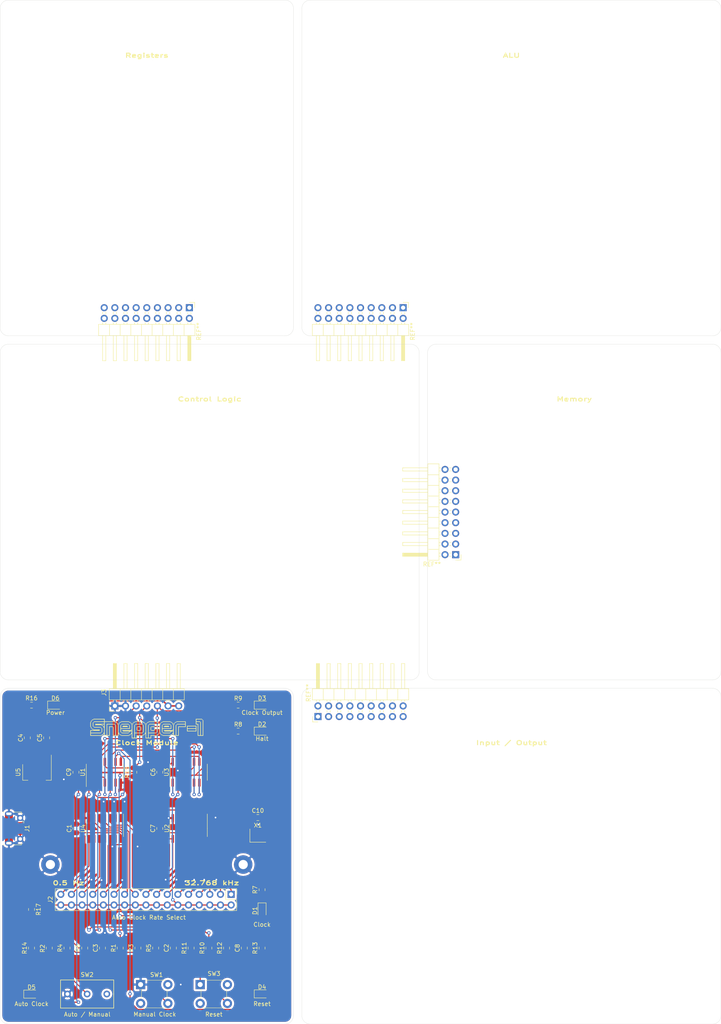
<source format=kicad_pcb>
(kicad_pcb (version 20171130) (host pcbnew 5.1.5-52549c5~84~ubuntu19.10.1)
  (layers (0 F.Cu signal hide) (31 B.Cu signal hide) (34 B.Paste user hide) (35 F.Paste user hide) (36 B.SilkS user hide) (37 F.SilkS user) (38 B.Mask user hide) (39 F.Mask user) (44 Edge.Cuts user))
  (net 0 "")
  (net 1 +3V3)
  (net 2 GND)
  (net 3 "Net-(C2-Pad1)")
  (net 4 "Net-(C3-Pad1)")
  (net 5 +5V)
  (net 6 "Net-(C8-Pad1)")
  (net 7 "Net-(D1-Pad2)")
  (net 8 "Net-(D1-Pad1)")
  (net 9 "Net-(D2-Pad1)")
  (net 10 /Halt_in)
  (net 11 "Net-(D3-Pad1)")
  (net 12 /Clock_out)
  (net 13 "Net-(D4-Pad1)")
  (net 14 /Reset_out)
  (net 15 "Net-(D5-Pad2)")
  (net 16 "Net-(D5-Pad1)")
  (net 17 "Net-(J1-Pad2)")
  (net 18 "Net-(J1-Pad4)")
  (net 19 "Net-(J1-Pad3)")
  (net 20 /32768Hz)
  (net 21 "Net-(J2-Pad10)")
  (net 22 /16384Hz)
  (net 23 /8192Hz)
  (net 24 /4096Hz)
  (net 25 /2048Hz)
  (net 26 /1024Hz)
  (net 27 /512Hz)
  (net 28 /256Hz)
  (net 29 /128Hz)
  (net 30 /64Hz)
  (net 31 /32Hz)
  (net 32 /16Hz)
  (net 33 /8Hz)
  (net 34 /4Hz)
  (net 35 /2Hz)
  (net 36 /1Hz)
  (net 37 /0.5Hz)
  (net 38 "Net-(R1-Pad2)")
  (net 39 "Net-(R2-Pad2)")
  (net 40 "Net-(R5-Pad2)")
  (net 41 "Net-(R6-Pad2)")
  (net 42 "Net-(R11-Pad1)")
  (net 43 "Net-(R12-Pad2)")
  (net 44 "Net-(U1-Pad13)")
  (net 45 "Net-(U1-Pad10)")
  (net 46 "Net-(U1-Pad2)")
  (net 47 "Net-(U1-Pad8)")
  (net 48 "Net-(U3-Pad11)")
  (net 49 "Net-(U3-Pad10)")
  (net 50 "Net-(D6-Pad1)")
  (module Connector_PinHeader_2.54mm:PinHeader_2x09_P2.54mm_Horizontal (layer F.Cu) (at 104.16 161.3 270)
    (fp_text reference REF** (at 5.655 -2.27 90) (layer F.SilkS))
    (fp_text value PinHeader_2x09_P2.54mm_Horizontal)
    (pad 1 thru_hole rect (at 0 0 270) (size 1.7 1.7) (drill 1) (layers *.Cu *.Mask))
    (pad 2 thru_hole oval (at 2.54 0 270) (size 1.7 1.7) (drill 1) (layers *.Cu *.Mask))
    (pad 3 thru_hole oval (at 0 2.54 270) (size 1.7 1.7) (drill 1) (layers *.Cu *.Mask))
    (pad 4 thru_hole oval (at 2.54 2.54 270) (size 1.7 1.7) (drill 1) (layers *.Cu *.Mask))
    (pad 5 thru_hole oval (at 0 5.08 270) (size 1.7 1.7) (drill 1) (layers *.Cu *.Mask))
    (pad 6 thru_hole oval (at 2.54 5.08 270) (size 1.7 1.7) (drill 1) (layers *.Cu *.Mask))
    (pad 7 thru_hole oval (at 0 7.62 270) (size 1.7 1.7) (drill 1) (layers *.Cu *.Mask))
    (pad 8 thru_hole oval (at 2.54 7.62 270) (size 1.7 1.7) (drill 1) (layers *.Cu *.Mask))
    (pad 9 thru_hole oval (at 0 10.16 270) (size 1.7 1.7) (drill 1) (layers *.Cu *.Mask))
    (pad 10 thru_hole oval (at 2.54 10.16 270) (size 1.7 1.7) (drill 1) (layers *.Cu *.Mask))
    (pad 11 thru_hole oval (at 0 12.7 270) (size 1.7 1.7) (drill 1) (layers *.Cu *.Mask))
    (pad 12 thru_hole oval (at 2.54 12.7 270) (size 1.7 1.7) (drill 1) (layers *.Cu *.Mask))
    (pad 13 thru_hole oval (at 0 15.24 270) (size 1.7 1.7) (drill 1) (layers *.Cu *.Mask))
    (pad 14 thru_hole oval (at 2.54 15.24 270) (size 1.7 1.7) (drill 1) (layers *.Cu *.Mask))
    (pad 15 thru_hole oval (at 0 17.78 270) (size 1.7 1.7) (drill 1) (layers *.Cu *.Mask))
    (pad 16 thru_hole oval (at 2.54 17.78 270) (size 1.7 1.7) (drill 1) (layers *.Cu *.Mask))
    (pad 17 thru_hole oval (at 0 20.32 270) (size 1.7 1.7) (drill 1) (layers *.Cu *.Mask))
    (pad 18 thru_hole oval (at 2.54 20.32 270) (size 1.7 1.7) (drill 1) (layers *.Cu *.Mask))
  )
  (module Connector_PinHeader_2.54mm:PinHeader_2x09_P2.54mm_Horizontal (layer F.Cu) (at 167.7 220.16 180)
    (fp_text reference REF** (at 5.655 -2.27) (layer F.SilkS))
    (fp_text value PinHeader_2x09_P2.54mm_Horizontal)
    (pad 18 thru_hole oval (at 2.54 20.32 180) (size 1.7 1.7) (drill 1) (layers *.Cu *.Mask))
    (pad 17 thru_hole oval (at 0 20.32 180) (size 1.7 1.7) (drill 1) (layers *.Cu *.Mask))
    (pad 16 thru_hole oval (at 2.54 17.78 180) (size 1.7 1.7) (drill 1) (layers *.Cu *.Mask))
    (pad 15 thru_hole oval (at 0 17.78 180) (size 1.7 1.7) (drill 1) (layers *.Cu *.Mask))
    (pad 14 thru_hole oval (at 2.54 15.24 180) (size 1.7 1.7) (drill 1) (layers *.Cu *.Mask))
    (pad 13 thru_hole oval (at 0 15.24 180) (size 1.7 1.7) (drill 1) (layers *.Cu *.Mask))
    (pad 12 thru_hole oval (at 2.54 12.7 180) (size 1.7 1.7) (drill 1) (layers *.Cu *.Mask))
    (pad 11 thru_hole oval (at 0 12.7 180) (size 1.7 1.7) (drill 1) (layers *.Cu *.Mask))
    (pad 10 thru_hole oval (at 2.54 10.16 180) (size 1.7 1.7) (drill 1) (layers *.Cu *.Mask))
    (pad 9 thru_hole oval (at 0 10.16 180) (size 1.7 1.7) (drill 1) (layers *.Cu *.Mask))
    (pad 8 thru_hole oval (at 2.54 7.62 180) (size 1.7 1.7) (drill 1) (layers *.Cu *.Mask))
    (pad 7 thru_hole oval (at 0 7.62 180) (size 1.7 1.7) (drill 1) (layers *.Cu *.Mask))
    (pad 6 thru_hole oval (at 2.54 5.08 180) (size 1.7 1.7) (drill 1) (layers *.Cu *.Mask))
    (pad 5 thru_hole oval (at 0 5.08 180) (size 1.7 1.7) (drill 1) (layers *.Cu *.Mask))
    (pad 4 thru_hole oval (at 2.54 2.54 180) (size 1.7 1.7) (drill 1) (layers *.Cu *.Mask))
    (pad 3 thru_hole oval (at 0 2.54 180) (size 1.7 1.7) (drill 1) (layers *.Cu *.Mask))
    (pad 2 thru_hole oval (at 2.54 0 180) (size 1.7 1.7) (drill 1) (layers *.Cu *.Mask))
    (pad 1 thru_hole rect (at 0 0 180) (size 1.7 1.7) (drill 1) (layers *.Cu *.Mask))
  )
  (module Connector_PinHeader_2.54mm:PinHeader_2x09_P2.54mm_Horizontal (layer F.Cu) (at 155.16 161.3 270)
    (fp_text reference REF** (at 5.655 -2.27 90) (layer F.SilkS))
    (fp_text value PinHeader_2x09_P2.54mm_Horizontal)
    (pad 1 thru_hole rect (at 0 0 270) (size 1.7 1.7) (drill 1) (layers *.Cu *.Mask))
    (pad 2 thru_hole oval (at 2.54 0 270) (size 1.7 1.7) (drill 1) (layers *.Cu *.Mask))
    (pad 3 thru_hole oval (at 0 2.54 270) (size 1.7 1.7) (drill 1) (layers *.Cu *.Mask))
    (pad 4 thru_hole oval (at 2.54 2.54 270) (size 1.7 1.7) (drill 1) (layers *.Cu *.Mask))
    (pad 5 thru_hole oval (at 0 5.08 270) (size 1.7 1.7) (drill 1) (layers *.Cu *.Mask))
    (pad 6 thru_hole oval (at 2.54 5.08 270) (size 1.7 1.7) (drill 1) (layers *.Cu *.Mask))
    (pad 7 thru_hole oval (at 0 7.62 270) (size 1.7 1.7) (drill 1) (layers *.Cu *.Mask))
    (pad 8 thru_hole oval (at 2.54 7.62 270) (size 1.7 1.7) (drill 1) (layers *.Cu *.Mask))
    (pad 9 thru_hole oval (at 0 10.16 270) (size 1.7 1.7) (drill 1) (layers *.Cu *.Mask))
    (pad 10 thru_hole oval (at 2.54 10.16 270) (size 1.7 1.7) (drill 1) (layers *.Cu *.Mask))
    (pad 11 thru_hole oval (at 0 12.7 270) (size 1.7 1.7) (drill 1) (layers *.Cu *.Mask))
    (pad 12 thru_hole oval (at 2.54 12.7 270) (size 1.7 1.7) (drill 1) (layers *.Cu *.Mask))
    (pad 13 thru_hole oval (at 0 15.24 270) (size 1.7 1.7) (drill 1) (layers *.Cu *.Mask))
    (pad 14 thru_hole oval (at 2.54 15.24 270) (size 1.7 1.7) (drill 1) (layers *.Cu *.Mask))
    (pad 15 thru_hole oval (at 0 17.78 270) (size 1.7 1.7) (drill 1) (layers *.Cu *.Mask))
    (pad 16 thru_hole oval (at 2.54 17.78 270) (size 1.7 1.7) (drill 1) (layers *.Cu *.Mask))
    (pad 17 thru_hole oval (at 0 20.32 270) (size 1.7 1.7) (drill 1) (layers *.Cu *.Mask))
    (pad 18 thru_hole oval (at 2.54 20.32 270) (size 1.7 1.7) (drill 1) (layers *.Cu *.Mask))
  )
  (module Connector_PinHeader_2.54mm:PinHeader_2x09_P2.54mm_Horizontal (layer F.Cu) (at 134.84 258.74 90)
    (fp_text reference REF** (at 5.655 -2.27 90) (layer F.SilkS))
    (fp_text value PinHeader_2x09_P2.54mm_Horizontal)
    (pad 18 thru_hole oval (at 2.54 20.32 90) (size 1.7 1.7) (drill 1) (layers *.Cu *.Mask))
    (pad 17 thru_hole oval (at 0 20.32 90) (size 1.7 1.7) (drill 1) (layers *.Cu *.Mask))
    (pad 16 thru_hole oval (at 2.54 17.78 90) (size 1.7 1.7) (drill 1) (layers *.Cu *.Mask))
    (pad 15 thru_hole oval (at 0 17.78 90) (size 1.7 1.7) (drill 1) (layers *.Cu *.Mask))
    (pad 14 thru_hole oval (at 2.54 15.24 90) (size 1.7 1.7) (drill 1) (layers *.Cu *.Mask))
    (pad 13 thru_hole oval (at 0 15.24 90) (size 1.7 1.7) (drill 1) (layers *.Cu *.Mask))
    (pad 12 thru_hole oval (at 2.54 12.7 90) (size 1.7 1.7) (drill 1) (layers *.Cu *.Mask))
    (pad 11 thru_hole oval (at 0 12.7 90) (size 1.7 1.7) (drill 1) (layers *.Cu *.Mask))
    (pad 10 thru_hole oval (at 2.54 10.16 90) (size 1.7 1.7) (drill 1) (layers *.Cu *.Mask))
    (pad 9 thru_hole oval (at 0 10.16 90) (size 1.7 1.7) (drill 1) (layers *.Cu *.Mask))
    (pad 8 thru_hole oval (at 2.54 7.62 90) (size 1.7 1.7) (drill 1) (layers *.Cu *.Mask))
    (pad 7 thru_hole oval (at 0 7.62 90) (size 1.7 1.7) (drill 1) (layers *.Cu *.Mask))
    (pad 6 thru_hole oval (at 2.54 5.08 90) (size 1.7 1.7) (drill 1) (layers *.Cu *.Mask))
    (pad 5 thru_hole oval (at 0 5.08 90) (size 1.7 1.7) (drill 1) (layers *.Cu *.Mask))
    (pad 4 thru_hole oval (at 2.54 2.54 90) (size 1.7 1.7) (drill 1) (layers *.Cu *.Mask))
    (pad 3 thru_hole oval (at 0 2.54 90) (size 1.7 1.7) (drill 1) (layers *.Cu *.Mask))
    (pad 2 thru_hole oval (at 2.54 0 90) (size 1.7 1.7) (drill 1) (layers *.Cu *.Mask))
    (pad 1 thru_hole rect (at 0 0 90) (size 1.7 1.7) (drill 1) (layers *.Cu *.Mask))
  )
  (module MountingHole:MountingHole_2.2mm_M2_Pad (layer F.Cu) (at 117 294)
    (fp_text reference " " (at 0 -3.2) (layer F.SilkS))
    (fp_text value MountingHole_2.2mm_M2_Pad)
    (pad 1 thru_hole circle (at 0 0) (size 4.4 4.4) (drill 2.2) (layers *.Cu *.Mask) (net 2 GND))
  )
  (module MountingHole:MountingHole_2.2mm_M2_Pad (layer F.Cu) (at 71 294)
    (fp_text reference " " (at 0 -3.2) (layer F.SilkS))
    (fp_text value MountingHole_2.2mm_M2_Pad)
    (pad 1 thru_hole circle (at 0 0) (size 4.4 4.4) (drill 2.2) (layers *.Cu *.Mask) (net 2 GND))
  )
  (module snepper:snepper (layer F.Cu) (at 94 261.6)
    (fp_text reference svg2mod hide)
    (fp_text value G*** hide)
  )
  (module digikey-footprints:Switch_Tactile_THT_6x6mm (layer F.Cu) (at 106.74125 322.6)
    (fp_text reference SW3 (at 3.3 -2.6) (layer F.SilkS))
    (fp_text value Reset (at 3.25875 7.1) (layer F.SilkS))
    (pad 3 thru_hole circle (at 0 4.5) (size 2.2 2.2) (drill 1.2) (layers *.Cu *.Mask))
    (pad 2 thru_hole circle (at 6.5 4.5) (size 2.2 2.2) (drill 1.2) (layers *.Cu *.Mask) (net 6 "Net-(C8-Pad1)"))
    (pad 4 thru_hole circle (at 6.5 0) (size 2.2 2.2) (drill 1.2) (layers *.Cu *.Mask))
    (pad 1 thru_hole rect (at 0 0) (size 2.2 2.2) (drill 1.2) (layers *.Cu *.Mask) (net 42 "Net-(R11-Pad1)"))
  )
  (module digikey-footprints:Switch_Tactile_THT_6x6mm (layer F.Cu) (at 92.5275 322.6)
    (fp_text reference SW1 (at 3.81 -2.3368) (layer F.SilkS))
    (fp_text value "Manual Clock" (at 3.3725 7.0866) (layer F.SilkS))
    (pad 1 thru_hole rect (at 0 0) (size 2.2 2.2) (drill 1.2) (layers *.Cu *.Mask) (net 2 GND))
    (pad 4 thru_hole circle (at 6.5 0) (size 2.2 2.2) (drill 1.2) (layers *.Cu *.Mask))
    (pad 2 thru_hole circle (at 6.5 4.5) (size 2.2 2.2) (drill 1.2) (layers *.Cu *.Mask) (net 38 "Net-(R1-Pad2)"))
    (pad 3 thru_hole circle (at 0 4.5) (size 2.2 2.2) (drill 1.2) (layers *.Cu *.Mask))
  )
  (module Capacitor_SMD:C_0805_2012Metric_Pad1.15x1.40mm_HandSolder (layer F.Cu) (at 77.1 285.4 90)
    (fp_text reference C1 (at 0 -1.6 90) (layer F.SilkS))
    (fp_text value "100 nF")
    (pad 1 smd roundrect (at -1.025 0 90) (size 1.15 1.4) (layers F.Cu F.Paste F.Mask) (roundrect_rratio 0.217391) (net 1 +3V3))
    (pad 2 smd roundrect (at 1.025 0 90) (size 1.15 1.4) (layers F.Cu F.Paste F.Mask) (roundrect_rratio 0.217391) (net 2 GND))
  )
  (module Capacitor_SMD:C_0805_2012Metric_Pad1.15x1.40mm_HandSolder (layer F.Cu) (at 100.346152 313.9 90)
    (fp_text reference C2 (at 0 -1.65 90) (layer F.SilkS))
    (fp_text value 0.1µF)
    (pad 1 smd roundrect (at -1.025 0 90) (size 1.15 1.4) (layers F.Cu F.Paste F.Mask) (roundrect_rratio 0.217391) (net 3 "Net-(C2-Pad1)"))
    (pad 2 smd roundrect (at 1.025 0 90) (size 1.15 1.4) (layers F.Cu F.Paste F.Mask) (roundrect_rratio 0.217391) (net 2 GND))
  )
  (module Capacitor_SMD:C_0805_2012Metric_Pad1.15x1.40mm_HandSolder (layer F.Cu) (at 83.423076 313.9 90)
    (fp_text reference C3 (at 0 -1.65 90) (layer F.SilkS))
    (fp_text value 0.1µF)
    (pad 2 smd roundrect (at 1.025 0 90) (size 1.15 1.4) (layers F.Cu F.Paste F.Mask) (roundrect_rratio 0.217391) (net 2 GND))
    (pad 1 smd roundrect (at -1.025 0 90) (size 1.15 1.4) (layers F.Cu F.Paste F.Mask) (roundrect_rratio 0.217391) (net 4 "Net-(C3-Pad1)"))
  )
  (module Capacitor_SMD:C_0805_2012Metric_Pad1.15x1.40mm_HandSolder (layer F.Cu) (at 65.5 263.8 270)
    (fp_text reference C4 (at 0 1.6 90) (layer F.SilkS))
    (fp_text value 10µF)
    (pad 2 smd roundrect (at 1.025 0 270) (size 1.15 1.4) (layers F.Cu F.Paste F.Mask) (roundrect_rratio 0.217391) (net 5 +5V))
    (pad 1 smd roundrect (at -1.025 0 270) (size 1.15 1.4) (layers F.Cu F.Paste F.Mask) (roundrect_rratio 0.217391) (net 2 GND))
  )
  (module Capacitor_SMD:C_0805_2012Metric_Pad1.15x1.40mm_HandSolder (layer F.Cu) (at 70.1 263.8 90)
    (fp_text reference C5 (at 0 -1.65 90) (layer F.SilkS))
    (fp_text value 10µF)
    (pad 1 smd roundrect (at -1.025 0 90) (size 1.15 1.4) (layers F.Cu F.Paste F.Mask) (roundrect_rratio 0.217391) (net 1 +3V3))
    (pad 2 smd roundrect (at 1.025 0 90) (size 1.15 1.4) (layers F.Cu F.Paste F.Mask) (roundrect_rratio 0.217391) (net 2 GND))
  )
  (module Capacitor_SMD:C_0805_2012Metric_Pad1.15x1.40mm_HandSolder (layer F.Cu) (at 97.1 272 270)
    (fp_text reference C6 (at 0 1.6 90) (layer F.SilkS))
    (fp_text value 100nF)
    (pad 2 smd roundrect (at 1.025 0 270) (size 1.15 1.4) (layers F.Cu F.Paste F.Mask) (roundrect_rratio 0.217391) (net 2 GND))
    (pad 1 smd roundrect (at -1.025 0 270) (size 1.15 1.4) (layers F.Cu F.Paste F.Mask) (roundrect_rratio 0.217391) (net 1 +3V3))
  )
  (module Capacitor_SMD:C_0805_2012Metric_Pad1.15x1.40mm_HandSolder (layer F.Cu) (at 97.1 285.4 90)
    (fp_text reference C7 (at 0 -1.65 90) (layer F.SilkS))
    (fp_text value 100nF)
    (pad 1 smd roundrect (at -1.025 0 90) (size 1.15 1.4) (layers F.Cu F.Paste F.Mask) (roundrect_rratio 0.217391) (net 1 +3V3))
    (pad 2 smd roundrect (at 1.025 0 90) (size 1.15 1.4) (layers F.Cu F.Paste F.Mask) (roundrect_rratio 0.217391) (net 2 GND))
  )
  (module Capacitor_SMD:C_0805_2012Metric_Pad1.15x1.40mm_HandSolder (layer F.Cu) (at 117.269228 313.9 90)
    (fp_text reference C8 (at 0 -1.65 90) (layer F.SilkS))
    (fp_text value 0.1µF)
    (pad 2 smd roundrect (at 1.025 0 90) (size 1.15 1.4) (layers F.Cu F.Paste F.Mask) (roundrect_rratio 0.217391) (net 2 GND))
    (pad 1 smd roundrect (at -1.025 0 90) (size 1.15 1.4) (layers F.Cu F.Paste F.Mask) (roundrect_rratio 0.217391) (net 6 "Net-(C8-Pad1)"))
  )
  (module Capacitor_SMD:C_0805_2012Metric_Pad1.15x1.40mm_HandSolder (layer F.Cu) (at 77.1 272 270)
    (fp_text reference C9 (at 0 1.7 90) (layer F.SilkS))
    (fp_text value 100nF)
    (pad 1 smd roundrect (at -1.025 0 270) (size 1.15 1.4) (layers F.Cu F.Paste F.Mask) (roundrect_rratio 0.217391) (net 1 +3V3))
    (pad 2 smd roundrect (at 1.025 0 270) (size 1.15 1.4) (layers F.Cu F.Paste F.Mask) (roundrect_rratio 0.217391) (net 2 GND))
  )
  (module Capacitor_SMD:C_0805_2012Metric_Pad1.15x1.40mm_HandSolder (layer F.Cu) (at 120.5 282.8)
    (fp_text reference C10 (at 0 -1.65) (layer F.SilkS))
    (fp_text value 100nF)
    (pad 2 smd roundrect (at 1.025 0) (size 1.15 1.4) (layers F.Cu F.Paste F.Mask) (roundrect_rratio 0.217391) (net 2 GND))
    (pad 1 smd roundrect (at -1.025 0) (size 1.15 1.4) (layers F.Cu F.Paste F.Mask) (roundrect_rratio 0.217391) (net 1 +3V3))
  )
  (module LED_SMD:LED_0805_2012Metric_Pad1.15x1.40mm_HandSolder (layer F.Cu) (at 121.5 305 270)
    (fp_text reference D1 (at 0 1.7 90) (layer F.SilkS))
    (fp_text value Clock (at 3.3 0 180) (layer F.SilkS))
    (pad 2 smd roundrect (at 1.025 0 270) (size 1.15 1.4) (layers F.Cu F.Paste F.Mask) (roundrect_rratio 0.217391) (net 7 "Net-(D1-Pad2)"))
    (pad 1 smd roundrect (at -1.025 0 270) (size 1.15 1.4) (layers F.Cu F.Paste F.Mask) (roundrect_rratio 0.217391) (net 8 "Net-(D1-Pad1)"))
  )
  (module LED_SMD:LED_0805_2012Metric_Pad1.15x1.40mm_HandSolder (layer F.Cu) (at 121.5 262.2)
    (fp_text reference D2 (at 0 -1.65) (layer F.SilkS))
    (fp_text value Halt (at 0 1.8) (layer F.SilkS))
    (pad 1 smd roundrect (at -1.025 0) (size 1.15 1.4) (layers F.Cu F.Paste F.Mask) (roundrect_rratio 0.217391) (net 9 "Net-(D2-Pad1)"))
    (pad 2 smd roundrect (at 1.025 0) (size 1.15 1.4) (layers F.Cu F.Paste F.Mask) (roundrect_rratio 0.217391) (net 10 /Halt_in))
  )
  (module LED_SMD:LED_0805_2012Metric_Pad1.15x1.40mm_HandSolder (layer F.Cu) (at 121.5 256)
    (fp_text reference D3 (at 0 -1.65) (layer F.SilkS))
    (fp_text value "Clock Output" (at 0 1.8) (layer F.SilkS))
    (pad 1 smd roundrect (at -1.025 0) (size 1.15 1.4) (layers F.Cu F.Paste F.Mask) (roundrect_rratio 0.217391) (net 11 "Net-(D3-Pad1)"))
    (pad 2 smd roundrect (at 1.025 0) (size 1.15 1.4) (layers F.Cu F.Paste F.Mask) (roundrect_rratio 0.217391) (net 12 /Clock_out))
  )
  (module LED_SMD:LED_0805_2012Metric_Pad1.15x1.40mm_HandSolder (layer F.Cu) (at 121.5 324.8275)
    (fp_text reference D4 (at 0 -1.65) (layer F.SilkS))
    (fp_text value Reset (at 0 2.3725) (layer F.SilkS))
    (pad 1 smd roundrect (at -1.025 0) (size 1.15 1.4) (layers F.Cu F.Paste F.Mask) (roundrect_rratio 0.217391) (net 13 "Net-(D4-Pad1)"))
    (pad 2 smd roundrect (at 1.025 0) (size 1.15 1.4) (layers F.Cu F.Paste F.Mask) (roundrect_rratio 0.217391) (net 14 /Reset_out))
  )
  (module LED_SMD:LED_0805_2012Metric_Pad1.15x1.40mm_HandSolder (layer F.Cu) (at 66.5 324.8725)
    (fp_text reference D5 (at 0 -1.65) (layer F.SilkS))
    (fp_text value "Auto Clock" (at 0 2.3275 180) (layer F.SilkS))
    (pad 2 smd roundrect (at 1.025 0) (size 1.15 1.4) (layers F.Cu F.Paste F.Mask) (roundrect_rratio 0.217391) (net 15 "Net-(D5-Pad2)"))
    (pad 1 smd roundrect (at -1.025 0) (size 1.15 1.4) (layers F.Cu F.Paste F.Mask) (roundrect_rratio 0.217391) (net 16 "Net-(D5-Pad1)"))
  )
  (module Connector_USB:USB_Micro-B_Molex-105017-0001 (layer F.Cu) (at 62.3375 285.4 270)
    (fp_text reference J1 (at 0 -3.1125 90) (layer F.SilkS))
    (fp_text value USB_B_Micro)
    (pad 6 smd rect (at 1 1.2375 270) (size 1.5 1.9) (layers F.Cu F.Paste F.Mask) (net 2 GND))
    (pad 6 thru_hole circle (at -2.5 -1.4625 270) (size 1.45 1.45) (drill 0.85) (layers *.Cu *.Mask) (net 2 GND))
    (pad 2 smd rect (at -0.65 -1.4625 270) (size 0.4 1.35) (layers F.Cu F.Paste F.Mask) (net 17 "Net-(J1-Pad2)"))
    (pad 1 smd rect (at -1.3 -1.4625 270) (size 0.4 1.35) (layers F.Cu F.Paste F.Mask) (net 5 +5V))
    (pad 5 smd rect (at 1.3 -1.4625 270) (size 0.4 1.35) (layers F.Cu F.Paste F.Mask) (net 2 GND))
    (pad 4 smd rect (at 0.65 -1.4625 270) (size 0.4 1.35) (layers F.Cu F.Paste F.Mask) (net 18 "Net-(J1-Pad4)"))
    (pad 3 smd rect (at 0 -1.4625 270) (size 0.4 1.35) (layers F.Cu F.Paste F.Mask) (net 19 "Net-(J1-Pad3)"))
    (pad 6 thru_hole circle (at 2.5 -1.4625 270) (size 1.45 1.45) (drill 0.85) (layers *.Cu *.Mask) (net 2 GND))
    (pad 6 smd rect (at -1 1.2375 270) (size 1.5 1.9) (layers F.Cu F.Paste F.Mask) (net 2 GND))
    (pad 6 thru_hole oval (at -3.5 1.2375 90) (size 1.2 1.9) (drill oval 0.6 1.3) (layers *.Cu *.Mask) (net 2 GND))
    (pad 6 thru_hole oval (at 3.5 1.2375 270) (size 1.2 1.9) (drill oval 0.6 1.3) (layers *.Cu *.Mask) (net 2 GND))
    (pad 6 smd rect (at 2.9 1.2375 270) (size 1.2 1.9) (layers F.Cu F.Mask) (net 2 GND))
    (pad 6 smd rect (at -2.9 1.2375 270) (size 1.2 1.9) (layers F.Cu F.Mask) (net 2 GND))
  )
  (module Connector_PinHeader_2.54mm:PinHeader_2x17_P2.54mm_Vertical (layer F.Cu) (at 114.12 301.1 270)
    (fp_text reference J2 (at 1.27 43.12 90) (layer F.SilkS))
    (fp_text value "Auto Clock Rate Select" (at 5.5 19.62 180) (layer F.SilkS))
    (pad 1 thru_hole rect (at 0 0 270) (size 1.7 1.7) (drill 1) (layers *.Cu *.Mask) (net 20 /32768Hz))
    (pad 2 thru_hole oval (at 2.54 0 270) (size 1.7 1.7) (drill 1) (layers *.Cu *.Mask) (net 21 "Net-(J2-Pad10)"))
    (pad 3 thru_hole oval (at 0 2.54 270) (size 1.7 1.7) (drill 1) (layers *.Cu *.Mask) (net 22 /16384Hz))
    (pad 4 thru_hole oval (at 2.54 2.54 270) (size 1.7 1.7) (drill 1) (layers *.Cu *.Mask) (net 21 "Net-(J2-Pad10)"))
    (pad 5 thru_hole oval (at 0 5.08 270) (size 1.7 1.7) (drill 1) (layers *.Cu *.Mask) (net 23 /8192Hz))
    (pad 6 thru_hole oval (at 2.54 5.08 270) (size 1.7 1.7) (drill 1) (layers *.Cu *.Mask) (net 21 "Net-(J2-Pad10)"))
    (pad 7 thru_hole oval (at 0 7.62 270) (size 1.7 1.7) (drill 1) (layers *.Cu *.Mask) (net 24 /4096Hz))
    (pad 8 thru_hole oval (at 2.54 7.62 270) (size 1.7 1.7) (drill 1) (layers *.Cu *.Mask) (net 21 "Net-(J2-Pad10)"))
    (pad 9 thru_hole oval (at 0 10.16 270) (size 1.7 1.7) (drill 1) (layers *.Cu *.Mask) (net 25 /2048Hz))
    (pad 10 thru_hole oval (at 2.54 10.16 270) (size 1.7 1.7) (drill 1) (layers *.Cu *.Mask) (net 21 "Net-(J2-Pad10)"))
    (pad 11 thru_hole oval (at 0 12.7 270) (size 1.7 1.7) (drill 1) (layers *.Cu *.Mask) (net 26 /1024Hz))
    (pad 12 thru_hole oval (at 2.54 12.7 270) (size 1.7 1.7) (drill 1) (layers *.Cu *.Mask) (net 21 "Net-(J2-Pad10)"))
    (pad 13 thru_hole oval (at 0 15.24 270) (size 1.7 1.7) (drill 1) (layers *.Cu *.Mask) (net 27 /512Hz))
    (pad 14 thru_hole oval (at 2.54 15.24 270) (size 1.7 1.7) (drill 1) (layers *.Cu *.Mask) (net 21 "Net-(J2-Pad10)"))
    (pad 15 thru_hole oval (at 0 17.78 270) (size 1.7 1.7) (drill 1) (layers *.Cu *.Mask) (net 28 /256Hz))
    (pad 16 thru_hole oval (at 2.54 17.78 270) (size 1.7 1.7) (drill 1) (layers *.Cu *.Mask) (net 21 "Net-(J2-Pad10)"))
    (pad 17 thru_hole oval (at 0 20.32 270) (size 1.7 1.7) (drill 1) (layers *.Cu *.Mask) (net 29 /128Hz))
    (pad 18 thru_hole oval (at 2.54 20.32 270) (size 1.7 1.7) (drill 1) (layers *.Cu *.Mask) (net 21 "Net-(J2-Pad10)"))
    (pad 19 thru_hole oval (at 0 22.86 270) (size 1.7 1.7) (drill 1) (layers *.Cu *.Mask) (net 30 /64Hz))
    (pad 20 thru_hole oval (at 2.54 22.86 270) (size 1.7 1.7) (drill 1) (layers *.Cu *.Mask) (net 21 "Net-(J2-Pad10)"))
    (pad 21 thru_hole oval (at 0 25.4 270) (size 1.7 1.7) (drill 1) (layers *.Cu *.Mask) (net 31 /32Hz))
    (pad 22 thru_hole oval (at 2.54 25.4 270) (size 1.7 1.7) (drill 1) (layers *.Cu *.Mask) (net 21 "Net-(J2-Pad10)"))
    (pad 23 thru_hole oval (at 0 27.94 270) (size 1.7 1.7) (drill 1) (layers *.Cu *.Mask) (net 32 /16Hz))
    (pad 24 thru_hole oval (at 2.54 27.94 270) (size 1.7 1.7) (drill 1) (layers *.Cu *.Mask) (net 21 "Net-(J2-Pad10)"))
    (pad 25 thru_hole oval (at 0 30.48 270) (size 1.7 1.7) (drill 1) (layers *.Cu *.Mask) (net 33 /8Hz))
    (pad 26 thru_hole oval (at 2.54 30.48 270) (size 1.7 1.7) (drill 1) (layers *.Cu *.Mask) (net 21 "Net-(J2-Pad10)"))
    (pad 27 thru_hole oval (at 0 33.02 270) (size 1.7 1.7) (drill 1) (layers *.Cu *.Mask) (net 34 /4Hz))
    (pad 28 thru_hole oval (at 2.54 33.02 270) (size 1.7 1.7) (drill 1) (layers *.Cu *.Mask) (net 21 "Net-(J2-Pad10)"))
    (pad 29 thru_hole oval (at 0 35.56 270) (size 1.7 1.7) (drill 1) (layers *.Cu *.Mask) (net 35 /2Hz))
    (pad 30 thru_hole oval (at 2.54 35.56 270) (size 1.7 1.7) (drill 1) (layers *.Cu *.Mask) (net 21 "Net-(J2-Pad10)"))
    (pad 31 thru_hole oval (at 0 38.1 270) (size 1.7 1.7) (drill 1) (layers *.Cu *.Mask) (net 36 /1Hz))
    (pad 32 thru_hole oval (at 2.54 38.1 270) (size 1.7 1.7) (drill 1) (layers *.Cu *.Mask) (net 21 "Net-(J2-Pad10)"))
    (pad 33 thru_hole oval (at 0 40.64 270) (size 1.7 1.7) (drill 1) (layers *.Cu *.Mask) (net 37 /0.5Hz))
    (pad 34 thru_hole oval (at 2.54 40.64 270) (size 1.7 1.7) (drill 1) (layers *.Cu *.Mask) (net 21 "Net-(J2-Pad10)"))
  )
  (module Connector_PinHeader_2.54mm:PinHeader_1x07_P2.54mm_Horizontal (layer F.Cu) (at 86.38 256.2 90)
    (fp_text reference J3 (at 3.2 -2.58 90) (layer F.SilkS))
    (fp_text value Conn_01x07_Male)
    (pad 1 thru_hole rect (at 0 0 90) (size 1.7 1.7) (drill 1) (layers *.Cu *.Mask) (net 2 GND))
    (pad 2 thru_hole oval (at 0 2.54 90) (size 1.7 1.7) (drill 1) (layers *.Cu *.Mask) (net 2 GND))
    (pad 3 thru_hole oval (at 0 5.08 90) (size 1.7 1.7) (drill 1) (layers *.Cu *.Mask) (net 14 /Reset_out))
    (pad 4 thru_hole oval (at 0 7.62 90) (size 1.7 1.7) (drill 1) (layers *.Cu *.Mask) (net 10 /Halt_in))
    (pad 5 thru_hole oval (at 0 10.16 90) (size 1.7 1.7) (drill 1) (layers *.Cu *.Mask) (net 12 /Clock_out))
    (pad 6 thru_hole oval (at 0 12.7 90) (size 1.7 1.7) (drill 1) (layers *.Cu *.Mask) (net 1 +3V3))
    (pad 7 thru_hole oval (at 0 15.24 90) (size 1.7 1.7) (drill 1) (layers *.Cu *.Mask) (net 1 +3V3))
  )
  (module Resistor_SMD:R_0805_2012Metric_Pad1.15x1.40mm_HandSolder (layer F.Cu) (at 87.653845 313.9 270)
    (fp_text reference R1 (at 0 1.6 90) (layer F.SilkS))
    (fp_text value 10k)
    (pad 1 smd roundrect (at -1.025 0 270) (size 1.15 1.4) (layers F.Cu F.Paste F.Mask) (roundrect_rratio 0.217391) (net 1 +3V3))
    (pad 2 smd roundrect (at 1.025 0 270) (size 1.15 1.4) (layers F.Cu F.Paste F.Mask) (roundrect_rratio 0.217391) (net 38 "Net-(R1-Pad2)"))
  )
  (module Resistor_SMD:R_0805_2012Metric_Pad1.15x1.40mm_HandSolder (layer F.Cu) (at 70.730769 313.9 270)
    (fp_text reference R2 (at 0.1 1.6 90) (layer F.SilkS))
    (fp_text value 10k)
    (pad 2 smd roundrect (at 1.025 0 270) (size 1.15 1.4) (layers F.Cu F.Paste F.Mask) (roundrect_rratio 0.217391) (net 39 "Net-(R2-Pad2)"))
    (pad 1 smd roundrect (at -1.025 0 270) (size 1.15 1.4) (layers F.Cu F.Paste F.Mask) (roundrect_rratio 0.217391) (net 1 +3V3))
  )
  (module Resistor_SMD:R_0805_2012Metric_Pad1.15x1.40mm_HandSolder (layer F.Cu) (at 91.884614 313.9 90)
    (fp_text reference R3 (at 0 -1.65 90) (layer F.SilkS))
    (fp_text value 10k)
    (pad 2 smd roundrect (at 1.025 0 90) (size 1.15 1.4) (layers F.Cu F.Paste F.Mask) (roundrect_rratio 0.217391) (net 3 "Net-(C2-Pad1)"))
    (pad 1 smd roundrect (at -1.025 0 90) (size 1.15 1.4) (layers F.Cu F.Paste F.Mask) (roundrect_rratio 0.217391) (net 38 "Net-(R1-Pad2)"))
  )
  (module Resistor_SMD:R_0805_2012Metric_Pad1.15x1.40mm_HandSolder (layer F.Cu) (at 74.961538 313.9 90)
    (fp_text reference R4 (at 0 -1.65 90) (layer F.SilkS))
    (fp_text value 10k)
    (pad 1 smd roundrect (at -1.025 0 90) (size 1.15 1.4) (layers F.Cu F.Paste F.Mask) (roundrect_rratio 0.217391) (net 39 "Net-(R2-Pad2)"))
    (pad 2 smd roundrect (at 1.025 0 90) (size 1.15 1.4) (layers F.Cu F.Paste F.Mask) (roundrect_rratio 0.217391) (net 4 "Net-(C3-Pad1)"))
  )
  (module Resistor_SMD:R_0805_2012Metric_Pad1.15x1.40mm_HandSolder (layer F.Cu) (at 96.115383 313.9 90)
    (fp_text reference R5 (at 0 -1.65 90) (layer F.SilkS))
    (fp_text value 1k)
    (pad 2 smd roundrect (at 1.025 0 90) (size 1.15 1.4) (layers F.Cu F.Paste F.Mask) (roundrect_rratio 0.217391) (net 40 "Net-(R5-Pad2)"))
    (pad 1 smd roundrect (at -1.025 0 90) (size 1.15 1.4) (layers F.Cu F.Paste F.Mask) (roundrect_rratio 0.217391) (net 3 "Net-(C2-Pad1)"))
  )
  (module Resistor_SMD:R_0805_2012Metric_Pad1.15x1.40mm_HandSolder (layer F.Cu) (at 79.192307 313.9 90)
    (fp_text reference R6 (at 0 -1.65 90) (layer F.SilkS))
    (fp_text value 1k)
    (pad 1 smd roundrect (at -1.025 0 90) (size 1.15 1.4) (layers F.Cu F.Paste F.Mask) (roundrect_rratio 0.217391) (net 4 "Net-(C3-Pad1)"))
    (pad 2 smd roundrect (at 1.025 0 90) (size 1.15 1.4) (layers F.Cu F.Paste F.Mask) (roundrect_rratio 0.217391) (net 41 "Net-(R6-Pad2)"))
  )
  (module Resistor_SMD:R_0805_2012Metric_Pad1.15x1.40mm_HandSolder (layer F.Cu) (at 121.5 300 90)
    (fp_text reference R7 (at 0 -1.65 90) (layer F.SilkS))
    (fp_text value R)
    (pad 1 smd roundrect (at -1.025 0 90) (size 1.15 1.4) (layers F.Cu F.Paste F.Mask) (roundrect_rratio 0.217391) (net 8 "Net-(D1-Pad1)"))
    (pad 2 smd roundrect (at 1.025 0 90) (size 1.15 1.4) (layers F.Cu F.Paste F.Mask) (roundrect_rratio 0.217391) (net 2 GND))
  )
  (module Resistor_SMD:R_0805_2012Metric_Pad1.15x1.40mm_HandSolder (layer F.Cu) (at 115.8 262.2 180)
    (fp_text reference R8 (at 0 1.6) (layer F.SilkS))
    (fp_text value R)
    (pad 2 smd roundrect (at 1.025 0 180) (size 1.15 1.4) (layers F.Cu F.Paste F.Mask) (roundrect_rratio 0.217391) (net 2 GND))
    (pad 1 smd roundrect (at -1.025 0 180) (size 1.15 1.4) (layers F.Cu F.Paste F.Mask) (roundrect_rratio 0.217391) (net 9 "Net-(D2-Pad1)"))
  )
  (module Resistor_SMD:R_0805_2012Metric_Pad1.15x1.40mm_HandSolder (layer F.Cu) (at 115.8 256 180)
    (fp_text reference R9 (at 0 1.6) (layer F.SilkS))
    (fp_text value R)
    (pad 2 smd roundrect (at 1.025 0 180) (size 1.15 1.4) (layers F.Cu F.Paste F.Mask) (roundrect_rratio 0.217391) (net 2 GND))
    (pad 1 smd roundrect (at -1.025 0 180) (size 1.15 1.4) (layers F.Cu F.Paste F.Mask) (roundrect_rratio 0.217391) (net 11 "Net-(D3-Pad1)"))
  )
  (module Resistor_SMD:R_0805_2012Metric_Pad1.15x1.40mm_HandSolder (layer F.Cu) (at 108.80769 313.9 270)
    (fp_text reference R10 (at 0 1.6 90) (layer F.SilkS))
    (fp_text value 10k)
    (pad 2 smd roundrect (at 1.025 0 270) (size 1.15 1.4) (layers F.Cu F.Paste F.Mask) (roundrect_rratio 0.217391) (net 6 "Net-(C8-Pad1)"))
    (pad 1 smd roundrect (at -1.025 0 270) (size 1.15 1.4) (layers F.Cu F.Paste F.Mask) (roundrect_rratio 0.217391) (net 1 +3V3))
  )
  (module Resistor_SMD:R_0805_2012Metric_Pad1.15x1.40mm_HandSolder (layer F.Cu) (at 104.576921 313.9 90)
    (fp_text reference R11 (at 0 -1.65 90) (layer F.SilkS))
    (fp_text value 100)
    (pad 1 smd roundrect (at -1.025 0 90) (size 1.15 1.4) (layers F.Cu F.Paste F.Mask) (roundrect_rratio 0.217391) (net 42 "Net-(R11-Pad1)"))
    (pad 2 smd roundrect (at 1.025 0 90) (size 1.15 1.4) (layers F.Cu F.Paste F.Mask) (roundrect_rratio 0.217391) (net 2 GND))
  )
  (module Resistor_SMD:R_0805_2012Metric_Pad1.15x1.40mm_HandSolder (layer F.Cu) (at 113.038459 313.9 90)
    (fp_text reference R12 (at 0 -1.65 90) (layer F.SilkS))
    (fp_text value 1k)
    (pad 1 smd roundrect (at -1.025 0 90) (size 1.15 1.4) (layers F.Cu F.Paste F.Mask) (roundrect_rratio 0.217391) (net 6 "Net-(C8-Pad1)"))
    (pad 2 smd roundrect (at 1.025 0 90) (size 1.15 1.4) (layers F.Cu F.Paste F.Mask) (roundrect_rratio 0.217391) (net 43 "Net-(R12-Pad2)"))
  )
  (module Resistor_SMD:R_0805_2012Metric_Pad1.15x1.40mm_HandSolder (layer F.Cu) (at 121.5 313.9 90)
    (fp_text reference R13 (at 0 -1.65 90) (layer F.SilkS))
    (fp_text value R)
    (pad 1 smd roundrect (at -1.025 0 90) (size 1.15 1.4) (layers F.Cu F.Paste F.Mask) (roundrect_rratio 0.217391) (net 13 "Net-(D4-Pad1)"))
    (pad 2 smd roundrect (at 1.025 0 90) (size 1.15 1.4) (layers F.Cu F.Paste F.Mask) (roundrect_rratio 0.217391) (net 2 GND))
  )
  (module Resistor_SMD:R_0805_2012Metric_Pad1.15x1.40mm_HandSolder (layer F.Cu) (at 66.5 313.9 90)
    (fp_text reference R14 (at 0 -1.65 90) (layer F.SilkS))
    (fp_text value R)
    (pad 2 smd roundrect (at 1.025 0 90) (size 1.15 1.4) (layers F.Cu F.Paste F.Mask) (roundrect_rratio 0.217391) (net 2 GND))
    (pad 1 smd roundrect (at -1.025 0 90) (size 1.15 1.4) (layers F.Cu F.Paste F.Mask) (roundrect_rratio 0.217391) (net 16 "Net-(D5-Pad1)"))
  )
  (module Resistor_SMD:R_0805_2012Metric_Pad1.15x1.40mm_HandSolder (layer F.Cu) (at 90.9 272 270)
    (fp_text reference R15 (at 0 1.6 90) (layer F.SilkS))
    (fp_text value 10k)
    (pad 1 smd roundrect (at -1.025 0 270) (size 1.15 1.4) (layers F.Cu F.Paste F.Mask) (roundrect_rratio 0.217391) (net 10 /Halt_in))
    (pad 2 smd roundrect (at 1.025 0 270) (size 1.15 1.4) (layers F.Cu F.Paste F.Mask) (roundrect_rratio 0.217391) (net 2 GND))
  )
  (module joppy-custom:Switch_12.7mm_XKB (layer F.Cu) (at 79.76375 324.85)
    (fp_text reference SW2 (at 0 -4.6) (layer F.SilkS))
    (fp_text value "Auto / Manual" (at 0.03625 4.85) (layer F.SilkS))
    (pad 1 thru_hole circle (at -4.7 0) (size 1.6 1.6) (drill 0.9) (layers *.Cu *.Mask) (net 2 GND))
    (pad 2 thru_hole circle (at 0 0) (size 1.6 1.6) (drill 0.9) (layers *.Cu *.Mask) (net 39 "Net-(R2-Pad2)"))
    (pad 3 thru_hole circle (at 4.7 0) (size 1.6 1.6) (drill 0.9) (layers *.Cu *.Mask))
  )
  (module Package_SO:SOIC-14_3.9x8.7mm_P1.27mm (layer F.Cu) (at 84 272 90)
    (fp_text reference U1 (at 0 -5.28 90) (layer F.SilkS))
    (fp_text value 74HC14)
    (pad 14 smd roundrect (at 2.475 -3.81 90) (size 1.95 0.6) (layers F.Cu F.Paste F.Mask) (net 1 +3V3))
    (pad 13 smd roundrect (at 2.475 -2.54 90) (size 1.95 0.6) (layers F.Cu F.Paste F.Mask) (net 44 "Net-(U1-Pad13)"))
    (pad 12 smd roundrect (at 2.475 -1.27 90) (size 1.95 0.6) (layers F.Cu F.Paste F.Mask) (net 12 /Clock_out))
    (pad 11 smd roundrect (at 2.475 0 90) (size 1.95 0.6) (layers F.Cu F.Paste F.Mask) (net 10 /Halt_in))
    (pad 10 smd roundrect (at 2.475 1.27 90) (size 1.95 0.6) (layers F.Cu F.Paste F.Mask) (net 45 "Net-(U1-Pad10)"))
    (pad 9 smd roundrect (at 2.475 2.54 90) (size 1.95 0.6) (layers F.Cu F.Paste F.Mask) (net 46 "Net-(U1-Pad2)"))
    (pad 8 smd roundrect (at 2.475 3.81 90) (size 1.95 0.6) (layers F.Cu F.Paste F.Mask) (net 47 "Net-(U1-Pad8)"))
    (pad 7 smd roundrect (at -2.475 3.81 90) (size 1.95 0.6) (layers F.Cu F.Paste F.Mask) (net 2 GND))
    (pad 6 smd roundrect (at -2.475 2.54 90) (size 1.95 0.6) (layers F.Cu F.Paste F.Mask) (net 14 /Reset_out))
    (pad 5 smd roundrect (at -2.475 1.27 90) (size 1.95 0.6) (layers F.Cu F.Paste F.Mask) (net 43 "Net-(R12-Pad2)"))
    (pad 4 smd roundrect (at -2.475 0 90) (size 1.95 0.6) (layers F.Cu F.Paste F.Mask) (net 15 "Net-(D5-Pad2)"))
    (pad 3 smd roundrect (at -2.475 -1.27 90) (size 1.95 0.6) (layers F.Cu F.Paste F.Mask) (net 41 "Net-(R6-Pad2)"))
    (pad 2 smd roundrect (at -2.475 -2.54 90) (size 1.95 0.6) (layers F.Cu F.Paste F.Mask) (net 46 "Net-(U1-Pad2)"))
    (pad 1 smd roundrect (at -2.475 -3.81 90) (size 1.95 0.6) (layers F.Cu F.Paste F.Mask) (net 40 "Net-(R5-Pad2)"))
  )
  (module Package_SO:SOIC-14_3.9x8.7mm_P1.27mm (layer F.Cu) (at 104 285.4 270)
    (fp_text reference U2 (at 0 5.2 90) (layer F.SilkS))
    (fp_text value 74HC393)
    (pad 1 smd roundrect (at -2.475 -3.81 270) (size 1.95 0.6) (layers F.Cu F.Paste F.Mask) (net 20 /32768Hz))
    (pad 2 smd roundrect (at -2.475 -2.54 270) (size 1.95 0.6) (layers F.Cu F.Paste F.Mask) (net 2 GND))
    (pad 3 smd roundrect (at -2.475 -1.27 270) (size 1.95 0.6) (layers F.Cu F.Paste F.Mask) (net 22 /16384Hz))
    (pad 4 smd roundrect (at -2.475 0 270) (size 1.95 0.6) (layers F.Cu F.Paste F.Mask) (net 23 /8192Hz))
    (pad 5 smd roundrect (at -2.475 1.27 270) (size 1.95 0.6) (layers F.Cu F.Paste F.Mask) (net 24 /4096Hz))
    (pad 6 smd roundrect (at -2.475 2.54 270) (size 1.95 0.6) (layers F.Cu F.Paste F.Mask) (net 25 /2048Hz))
    (pad 7 smd roundrect (at -2.475 3.81 270) (size 1.95 0.6) (layers F.Cu F.Paste F.Mask) (net 2 GND))
    (pad 8 smd roundrect (at 2.475 3.81 270) (size 1.95 0.6) (layers F.Cu F.Paste F.Mask) (net 29 /128Hz))
    (pad 9 smd roundrect (at 2.475 2.54 270) (size 1.95 0.6) (layers F.Cu F.Paste F.Mask) (net 28 /256Hz))
    (pad 10 smd roundrect (at 2.475 1.27 270) (size 1.95 0.6) (layers F.Cu F.Paste F.Mask) (net 27 /512Hz))
    (pad 11 smd roundrect (at 2.475 0 270) (size 1.95 0.6) (layers F.Cu F.Paste F.Mask) (net 26 /1024Hz))
    (pad 12 smd roundrect (at 2.475 -1.27 270) (size 1.95 0.6) (layers F.Cu F.Paste F.Mask) (net 2 GND))
    (pad 13 smd roundrect (at 2.475 -2.54 270) (size 1.95 0.6) (layers F.Cu F.Paste F.Mask) (net 25 /2048Hz))
    (pad 14 smd roundrect (at 2.475 -3.81 270) (size 1.95 0.6) (layers F.Cu F.Paste F.Mask) (net 1 +3V3))
  )
  (module Package_SO:SOIC-14_3.9x8.7mm_P1.27mm (layer F.Cu) (at 104 272 90)
    (fp_text reference U3 (at 0 -5.28 90) (layer F.SilkS))
    (fp_text value 74HC00)
    (pad 14 smd roundrect (at 2.475 -3.81 90) (size 1.95 0.6) (layers F.Cu F.Paste F.Mask) (net 1 +3V3))
    (pad 13 smd roundrect (at 2.475 -2.54 90) (size 1.95 0.6) (layers F.Cu F.Paste F.Mask) (net 2 GND))
    (pad 12 smd roundrect (at 2.475 -1.27 90) (size 1.95 0.6) (layers F.Cu F.Paste F.Mask) (net 2 GND))
    (pad 11 smd roundrect (at 2.475 0 90) (size 1.95 0.6) (layers F.Cu F.Paste F.Mask) (net 48 "Net-(U3-Pad11)"))
    (pad 10 smd roundrect (at 2.475 1.27 90) (size 1.95 0.6) (layers F.Cu F.Paste F.Mask) (net 49 "Net-(U3-Pad10)"))
    (pad 9 smd roundrect (at 2.475 2.54 90) (size 1.95 0.6) (layers F.Cu F.Paste F.Mask) (net 47 "Net-(U1-Pad8)"))
    (pad 8 smd roundrect (at 2.475 3.81 90) (size 1.95 0.6) (layers F.Cu F.Paste F.Mask) (net 7 "Net-(D1-Pad2)"))
    (pad 7 smd roundrect (at -2.475 3.81 90) (size 1.95 0.6) (layers F.Cu F.Paste F.Mask) (net 2 GND))
    (pad 6 smd roundrect (at -2.475 2.54 90) (size 1.95 0.6) (layers F.Cu F.Paste F.Mask) (net 44 "Net-(U1-Pad13)"))
    (pad 5 smd roundrect (at -2.475 1.27 90) (size 1.95 0.6) (layers F.Cu F.Paste F.Mask) (net 45 "Net-(U1-Pad10)"))
    (pad 4 smd roundrect (at -2.475 0 90) (size 1.95 0.6) (layers F.Cu F.Paste F.Mask) (net 7 "Net-(D1-Pad2)"))
    (pad 3 smd roundrect (at -2.475 -1.27 90) (size 1.95 0.6) (layers F.Cu F.Paste F.Mask) (net 49 "Net-(U3-Pad10)"))
    (pad 2 smd roundrect (at -2.475 -2.54 90) (size 1.95 0.6) (layers F.Cu F.Paste F.Mask) (net 21 "Net-(J2-Pad10)"))
    (pad 1 smd roundrect (at -2.475 -3.81 90) (size 1.95 0.6) (layers F.Cu F.Paste F.Mask) (net 15 "Net-(D5-Pad2)"))
  )
  (module Package_SO:SOIC-14_3.9x8.7mm_P1.27mm (layer F.Cu) (at 84 285.4 270)
    (fp_text reference U4 (at 0 5.2 90) (layer F.SilkS))
    (fp_text value 74HC393)
    (pad 1 smd roundrect (at -2.475 -3.81 270) (size 1.95 0.6) (layers F.Cu F.Paste F.Mask) (net 29 /128Hz))
    (pad 2 smd roundrect (at -2.475 -2.54 270) (size 1.95 0.6) (layers F.Cu F.Paste F.Mask) (net 2 GND))
    (pad 3 smd roundrect (at -2.475 -1.27 270) (size 1.95 0.6) (layers F.Cu F.Paste F.Mask) (net 30 /64Hz))
    (pad 4 smd roundrect (at -2.475 0 270) (size 1.95 0.6) (layers F.Cu F.Paste F.Mask) (net 31 /32Hz))
    (pad 5 smd roundrect (at -2.475 1.27 270) (size 1.95 0.6) (layers F.Cu F.Paste F.Mask) (net 32 /16Hz))
    (pad 6 smd roundrect (at -2.475 2.54 270) (size 1.95 0.6) (layers F.Cu F.Paste F.Mask) (net 33 /8Hz))
    (pad 7 smd roundrect (at -2.475 3.81 270) (size 1.95 0.6) (layers F.Cu F.Paste F.Mask) (net 2 GND))
    (pad 8 smd roundrect (at 2.475 3.81 270) (size 1.95 0.6) (layers F.Cu F.Paste F.Mask) (net 37 /0.5Hz))
    (pad 9 smd roundrect (at 2.475 2.54 270) (size 1.95 0.6) (layers F.Cu F.Paste F.Mask) (net 36 /1Hz))
    (pad 10 smd roundrect (at 2.475 1.27 270) (size 1.95 0.6) (layers F.Cu F.Paste F.Mask) (net 35 /2Hz))
    (pad 11 smd roundrect (at 2.475 0 270) (size 1.95 0.6) (layers F.Cu F.Paste F.Mask) (net 34 /4Hz))
    (pad 12 smd roundrect (at 2.475 -1.27 270) (size 1.95 0.6) (layers F.Cu F.Paste F.Mask) (net 2 GND))
    (pad 13 smd roundrect (at 2.475 -2.54 270) (size 1.95 0.6) (layers F.Cu F.Paste F.Mask) (net 33 /8Hz))
    (pad 14 smd roundrect (at 2.475 -3.81 270) (size 1.95 0.6) (layers F.Cu F.Paste F.Mask) (net 1 +3V3))
  )
  (module Package_TO_SOT_SMD:SOT-223 (layer F.Cu) (at 67.8 272 270)
    (fp_text reference U5 (at 0 4.5 90) (layer F.SilkS))
    (fp_text value LM1117-3.3)
    (pad 4 smd rect (at 3.15 0 270) (size 2 3.8) (layers F.Cu F.Paste F.Mask))
    (pad 2 smd rect (at -3.15 0 270) (size 2 1.5) (layers F.Cu F.Paste F.Mask) (net 1 +3V3))
    (pad 3 smd rect (at -3.15 2.3 270) (size 2 1.5) (layers F.Cu F.Paste F.Mask) (net 5 +5V))
    (pad 1 smd rect (at -3.15 -2.3 270) (size 2 1.5) (layers F.Cu F.Paste F.Mask) (net 2 GND))
  )
  (module Oscillator:Oscillator_SMD_Abracon_ASE-4Pin_3.2x2.5mm (layer F.Cu) (at 120.5 287.1)
    (fp_text reference X1 (at 0 -2.45) (layer F.SilkS))
    (fp_text value "32.768 kHz")
    (pad 1 smd rect (at -1.05 0.825) (size 1.3 1.1) (layers F.Cu F.Paste F.Mask) (net 1 +3V3))
    (pad 2 smd rect (at 1.05 0.825) (size 1.3 1.1) (layers F.Cu F.Paste F.Mask) (net 2 GND))
    (pad 3 smd rect (at 1.05 -0.825) (size 1.3 1.1) (layers F.Cu F.Paste F.Mask) (net 20 /32768Hz))
    (pad 4 smd rect (at -1.05 -0.825) (size 1.3 1.1) (layers F.Cu F.Paste F.Mask) (net 1 +3V3))
  )
  (module LED_SMD:LED_0805_2012Metric_Pad1.15x1.40mm_HandSolder (layer F.Cu) (at 72.2 256)
    (fp_text reference D6 (at 0 -1.65) (layer F.SilkS))
    (fp_text value Power (at 0 1.8) (layer F.SilkS))
    (pad 1 smd roundrect (at -1.025 0) (size 1.15 1.4) (layers F.Cu F.Paste F.Mask) (roundrect_rratio 0.217391) (net 50 "Net-(D6-Pad1)"))
    (pad 2 smd roundrect (at 1.025 0) (size 1.15 1.4) (layers F.Cu F.Paste F.Mask) (roundrect_rratio 0.217391) (net 1 +3V3))
  )
  (module Resistor_SMD:R_0805_2012Metric_Pad1.15x1.40mm_HandSolder (layer F.Cu) (at 66.5 256)
    (fp_text reference R16 (at 0 -1.65) (layer F.SilkS))
    (fp_text value R)
    (pad 1 smd roundrect (at -1.025 0) (size 1.15 1.4) (layers F.Cu F.Paste F.Mask) (roundrect_rratio 0.217391) (net 2 GND))
    (pad 2 smd roundrect (at 1.025 0) (size 1.15 1.4) (layers F.Cu F.Paste F.Mask) (roundrect_rratio 0.217391) (net 50 "Net-(D6-Pad1)"))
  )
  (module Resistor_SMD:R_0805_2012Metric_Pad1.15x1.40mm_HandSolder (layer F.Cu) (at 66.5 304.7 270)
    (fp_text reference R17 (at 0 -1.65 90) (layer F.SilkS))
    (fp_text value 10k)
    (pad 1 smd roundrect (at -1.025 0 270) (size 1.15 1.4) (layers F.Cu F.Paste F.Mask) (roundrect_rratio 0.217391) (net 21 "Net-(J2-Pad10)"))
    (pad 2 smd roundrect (at 1.025 0 270) (size 1.15 1.4) (layers F.Cu F.Paste F.Mask) (roundrect_rratio 0.217391) (net 2 GND))
  )
  (gr_text "Input / Output" (at 181 265) (layer F.SilkS) (effects (font (size 1 1.5) (thickness 0.25))))
  (gr_text ALU (at 181 101.2) (layer F.SilkS) (effects (font (size 1 1.5) (thickness 0.25))))
  (gr_text "Control Logic" (at 109 183.1) (layer F.SilkS) (effects (font (size 1 1.5) (thickness 0.25))))
  (gr_text Memory (at 196 183.1) (layer F.SilkS) (effects (font (size 1 1.5) (thickness 0.25))))
  (gr_text Registers (at 94 101.2) (layer F.SilkS) (effects (font (size 1 1.5) (thickness 0.25))))
  (gr_arc (start 133 166) (end 131 166) (angle -90) (layer Edge.Cuts) (width 0.05))
  (gr_line (start 133 88) (end 229 88) (layer Edge.Cuts) (width 0.05))
  (gr_arc (start 229 90) (end 231 90) (angle -90) (layer Edge.Cuts) (width 0.05))
  (gr_arc (start 229 166) (end 229 168) (angle -90) (layer Edge.Cuts) (width 0.05))
  (gr_line (start 133 168) (end 229 168) (layer Edge.Cuts) (width 0.05))
  (gr_line (start 131 90) (end 131 166) (layer Edge.Cuts) (width 0.05))
  (gr_line (start 231 90) (end 231 166) (layer Edge.Cuts) (width 0.05))
  (gr_arc (start 133 90) (end 133 88) (angle -90) (layer Edge.Cuts) (width 0.05))
  (gr_arc (start 157 172) (end 159 172) (angle -90) (layer Edge.Cuts) (width 0.05))
  (gr_arc (start 157 248) (end 157 250) (angle -90) (layer Edge.Cuts) (width 0.05))
  (gr_line (start 59 172) (end 59 248) (layer Edge.Cuts) (width 0.05))
  (gr_line (start 159 172) (end 159 248) (layer Edge.Cuts) (width 0.05))
  (gr_line (start 61 170) (end 157 170) (layer Edge.Cuts) (width 0.05))
  (gr_arc (start 61 172) (end 61 170) (angle -90) (layer Edge.Cuts) (width 0.05))
  (gr_line (start 61 250) (end 157 250) (layer Edge.Cuts) (width 0.05))
  (gr_arc (start 61 248) (end 59 248) (angle -90) (layer Edge.Cuts) (width 0.05))
  (gr_line (start 59 90) (end 59 166) (layer Edge.Cuts) (width 0.05))
  (gr_arc (start 127 90) (end 129 90) (angle -90) (layer Edge.Cuts) (width 0.05))
  (gr_arc (start 127 166) (end 127 168) (angle -90) (layer Edge.Cuts) (width 0.05))
  (gr_line (start 61 168) (end 127 168) (layer Edge.Cuts) (width 0.05))
  (gr_line (start 61 88) (end 127 88) (layer Edge.Cuts) (width 0.05))
  (gr_arc (start 61 166) (end 59 166) (angle -90) (layer Edge.Cuts) (width 0.05))
  (gr_line (start 129 90) (end 129 166) (layer Edge.Cuts) (width 0.05))
  (gr_arc (start 61 90) (end 61 88) (angle -90) (layer Edge.Cuts) (width 0.05))
  (gr_arc (start 229 172) (end 231 172) (angle -90) (layer Edge.Cuts) (width 0.05))
  (gr_arc (start 229 248) (end 229 250) (angle -90) (layer Edge.Cuts) (width 0.05))
  (gr_line (start 161 172) (end 161 248) (layer Edge.Cuts) (width 0.05))
  (gr_line (start 231 172) (end 231 248) (layer Edge.Cuts) (width 0.05))
  (gr_line (start 163 170) (end 229 170) (layer Edge.Cuts) (width 0.05))
  (gr_arc (start 163 172) (end 163 170) (angle -90) (layer Edge.Cuts) (width 0.05))
  (gr_line (start 163 250) (end 229 250) (layer Edge.Cuts) (width 0.05))
  (gr_arc (start 163 248) (end 161 248) (angle -90) (layer Edge.Cuts) (width 0.05))
  (gr_arc (start 229 330) (end 229 332) (angle -90) (layer Edge.Cuts) (width 0.05))
  (gr_line (start 133 252) (end 229 252) (layer Edge.Cuts) (width 0.05))
  (gr_line (start 231 254) (end 231 330) (layer Edge.Cuts) (width 0.05))
  (gr_arc (start 133 254) (end 133 252) (angle -90) (layer Edge.Cuts) (width 0.05))
  (gr_arc (start 133 330) (end 131 330) (angle -90) (layer Edge.Cuts) (width 0.05))
  (gr_line (start 133 332) (end 229 332) (layer Edge.Cuts) (width 0.05))
  (gr_line (start 131 254) (end 131 330) (layer Edge.Cuts) (width 0.05))
  (gr_arc (start 229 254) (end 231 254) (angle -90) (layer Edge.Cuts) (width 0.05))
  (gr_text "Clock Module" (at 94 265) (layer F.SilkS) (effects (font (size 1 1.5) (thickness 0.25))))
  (gr_text "32.768 kHz" (at 109.5 298.4) (layer F.SilkS) (effects (font (size 1 1.5) (thickness 0.25))))
  (gr_text "0.5 Hz" (at 75.3 298.4) (layer F.SilkS) (effects (font (size 1 1.5) (thickness 0.25))))
  (gr_arc (start 127 330) (end 127 332) (angle -90) (layer Edge.Cuts) (width 0.05))
  (gr_arc (start 61 330) (end 59 330) (angle -90) (layer Edge.Cuts) (width 0.05))
  (gr_arc (start 61 254) (end 61 252) (angle -90) (layer Edge.Cuts) (width 0.05))
  (gr_arc (start 127 254) (end 129 254) (angle -90) (layer Edge.Cuts) (width 0.05))
  (gr_line (start 59 254) (end 59 330) (layer Edge.Cuts) (width 0.05))
  (gr_line (start 61 332) (end 127 332) (layer Edge.Cuts) (width 0.05))
  (gr_line (start 129 254) (end 129 330) (layer Edge.Cuts) (width 0.05))
  (gr_line (start 61 252) (end 127 252) (layer Edge.Cuts) (width 0.05))
  (via (at 87.6 310.4) (size 0.8) (drill 0.4) (layers F.Cu B.Cu) (net 1))
  (segment (start 70.730769 312.3) (end 70.730769 312.875) (width 0.25) (layer F.Cu) (net 1))
  (segment (start 71.055779 311.97499) (end 70.730769 312.3) (width 0.25) (layer F.Cu) (net 1))
  (segment (start 87.653845 312.875) (end 87.653845 313.45) (width 0.25) (layer F.Cu) (net 1))
  (segment (start 87.203845 313.9) (end 77.8 313.9) (width 0.25) (layer F.Cu) (net 1))
  (segment (start 87.653845 313.45) (end 87.203845 313.9) (width 0.25) (layer F.Cu) (net 1))
  (segment (start 77.8 313.9) (end 75.87499 311.97499) (width 0.25) (layer F.Cu) (net 1))
  (segment (start 75.87499 311.97499) (end 71.055779 311.97499) (width 0.25) (layer F.Cu) (net 1))
  (segment (start 87.81 286.9) (end 87.81 287.875) (width 0.25) (layer F.Cu) (net 1))
  (segment (start 87.335 286.425) (end 87.81 286.9) (width 0.25) (layer F.Cu) (net 1))
  (segment (start 77.1 286.425) (end 87.335 286.425) (width 0.25) (layer F.Cu) (net 1))
  (segment (start 107.81 286.9) (end 107.81 287.875) (width 0.25) (layer F.Cu) (net 1))
  (segment (start 107.335 286.425) (end 107.81 286.9) (width 0.25) (layer F.Cu) (net 1))
  (segment (start 97.1 286.425) (end 107.335 286.425) (width 0.25) (layer F.Cu) (net 1))
  (segment (start 98.74 270.975) (end 100.19 269.525) (width 0.25) (layer F.Cu) (net 1))
  (segment (start 97.1 270.975) (end 98.74 270.975) (width 0.25) (layer F.Cu) (net 1))
  (segment (start 78.74 270.975) (end 80.19 269.525) (width 0.25) (layer F.Cu) (net 1))
  (segment (start 77.1 270.975) (end 78.74 270.975) (width 0.25) (layer F.Cu) (net 1))
  (segment (start 119.45 287.925) (end 119.45 286.275) (width 0.25) (layer F.Cu) (net 1))
  (segment (start 119.45 282.825) (end 119.475 282.8) (width 0.25) (layer F.Cu) (net 1))
  (segment (start 119.45 286.275) (end 119.45 282.825) (width 0.25) (layer F.Cu) (net 1))
  (segment (start 69.4 264.825) (end 70.1 264.825) (width 0.35) (layer F.Cu) (net 1))
  (segment (start 67.8 266.425) (end 69.4 264.825) (width 0.35) (layer F.Cu) (net 1))
  (segment (start 67.8 268.85) (end 67.8 266.425) (width 0.35) (layer F.Cu) (net 1))
  (segment (start 101.62 256.2) (end 99.08 256.2) (width 0.35) (layer F.Cu) (net 1))
  (segment (start 70.8 264.825) (end 70.1 264.825) (width 0.35) (layer F.Cu) (net 1))
  (segment (start 80.650001 254.974999) (end 70.8 264.825) (width 0.35) (layer F.Cu) (net 1))
  (segment (start 97.854999 254.974999) (end 80.650001 254.974999) (width 0.35) (layer F.Cu) (net 1))
  (segment (start 99.08 256.2) (end 97.854999 254.974999) (width 0.35) (layer F.Cu) (net 1))
  (segment (start 67.8 262.125) (end 67.8 266.425) (width 0.25) (layer F.Cu) (net 1))
  (segment (start 73.225 256.7) (end 67.8 262.125) (width 0.25) (layer F.Cu) (net 1))
  (segment (start 73.225 256) (end 73.225 256.7) (width 0.25) (layer F.Cu) (net 1))
  (segment (start 76.4 286.425) (end 77.1 286.425) (width 0.35) (layer F.Cu) (net 1))
  (segment (start 76.02499 286.04999) (end 76.4 286.425) (width 0.35) (layer F.Cu) (net 1))
  (segment (start 76.02499 278.42499) (end 76.02499 286.04999) (width 0.35) (layer F.Cu) (net 1))
  (segment (start 67.8 270.2) (end 76.02499 278.42499) (width 0.35) (layer F.Cu) (net 1))
  (segment (start 67.8 270.1) (end 67.8 268.85) (width 0.25) (layer F.Cu) (net 1))
  (segment (start 77.1 270.975) (end 77.8 270.975) (width 0.25) (layer F.Cu) (net 1))
  (segment (start 67.8 270.2) (end 68.575 270.975) (width 0.35) (layer F.Cu) (net 1))
  (segment (start 97.8 286.425) (end 97.1 286.425) (width 0.35) (layer F.Cu) (net 1))
  (segment (start 97.80889 272.07499) (end 98.17501 272.44111) (width 0.35) (layer F.Cu) (net 1))
  (segment (start 98.17501 286.04999) (end 97.8 286.425) (width 0.35) (layer F.Cu) (net 1))
  (segment (start 67.8 270.2) (end 69.67499 272.07499) (width 0.35) (layer F.Cu) (net 1))
  (segment (start 67.8 268.85) (end 67.8 270.2) (width 0.35) (layer F.Cu) (net 1))
  (segment (start 77.1 272) (end 77.1 270.975) (width 0.25) (layer F.Cu) (net 1))
  (segment (start 77.17499 272.07499) (end 77.1 272) (width 0.25) (layer F.Cu) (net 1))
  (segment (start 69.67499 272.07499) (end 77.17499 272.07499) (width 0.35) (layer F.Cu) (net 1))
  (segment (start 97.1 272.04998) (end 97.1 270.975) (width 0.25) (layer F.Cu) (net 1))
  (segment (start 97.12501 272.07499) (end 97.1 272.04998) (width 0.25) (layer F.Cu) (net 1))
  (segment (start 97.12501 272.07499) (end 97.80889 272.07499) (width 0.35) (layer F.Cu) (net 1))
  (segment (start 87.653845 310.353845) (end 87.6 310.3) (width 0.25) (layer F.Cu) (net 1))
  (via (at 87.6 272.8) (size 0.8) (drill 0.4) (layers F.Cu B.Cu) (net 1))
  (segment (start 87.6 272.1) (end 87.6 272.8) (width 0.25) (layer F.Cu) (net 1))
  (segment (start 87.57499 272.07499) (end 87.6 272.1) (width 0.25) (layer F.Cu) (net 1))
  (segment (start 87.57499 272.07499) (end 97.12501 272.07499) (width 0.35) (layer F.Cu) (net 1))
  (segment (start 77.17499 272.07499) (end 87.57499 272.07499) (width 0.35) (layer F.Cu) (net 1))
  (segment (start 87.6 273.365685) (end 87.4 273.565685) (width 0.25) (layer B.Cu) (net 1))
  (segment (start 87.6 272.8) (end 87.6 273.365685) (width 0.25) (layer B.Cu) (net 1))
  (segment (start 87.4 309.534315) (end 87.6 309.734315) (width 0.25) (layer B.Cu) (net 1))
  (segment (start 118.375 281) (end 98.2 281) (width 0.25) (layer F.Cu) (net 1))
  (segment (start 119.475 282.1) (end 118.375 281) (width 0.25) (layer F.Cu) (net 1))
  (segment (start 119.475 282.8) (end 119.475 282.1) (width 0.25) (layer F.Cu) (net 1))
  (segment (start 98.17501 272.44111) (end 98.2 281) (width 0.35) (layer F.Cu) (net 1))
  (segment (start 98.2 281) (end 98.17501 286.04999) (width 0.35) (layer F.Cu) (net 1))
  (via (at 108.8 310.3) (size 0.8) (drill 0.4) (layers F.Cu B.Cu) (net 1))
  (segment (start 108.80769 310.30769) (end 108.8 310.3) (width 0.25) (layer F.Cu) (net 1))
  (segment (start 108.80769 312.875) (end 108.80769 310.30769) (width 0.25) (layer F.Cu) (net 1))
  (via (at 87.6 306.2) (size 0.8) (drill 0.4) (layers F.Cu B.Cu) (net 1))
  (segment (start 87.4 307.2) (end 87.4 309.534315) (width 0.25) (layer B.Cu) (net 1))
  (segment (start 87.6 306.2) (end 87.4 306.2) (width 0.25) (layer B.Cu) (net 1))
  (segment (start 87.4 273.565685) (end 87.4 306.2) (width 0.25) (layer B.Cu) (net 1))
  (segment (start 87.4 306.2) (end 87.4 307.2) (width 0.25) (layer B.Cu) (net 1))
  (segment (start 87.6 306.2) (end 104.134315 306.2) (width 0.25) (layer F.Cu) (net 1))
  (segment (start 108.234315 310.3) (end 108.8 310.3) (width 0.25) (layer F.Cu) (net 1))
  (segment (start 104.134315 306.2) (end 108.234315 310.3) (width 0.25) (layer F.Cu) (net 1))
  (segment (start 87.653845 310.453845) (end 87.6 310.4) (width 0.25) (layer F.Cu) (net 1))
  (segment (start 87.653845 312.875) (end 87.653845 310.453845) (width 0.25) (layer F.Cu) (net 1))
  (segment (start 87.6 310.4) (end 87.6 309.734315) (width 0.25) (layer B.Cu) (net 1))
  (via (at 85.8 289.7) (size 0.8) (drill 0.4) (layers F.Cu B.Cu) (net 2))
  (via (at 105.3 297.6) (size 0.8) (drill 0.4) (layers F.Cu B.Cu) (net 2))
  (via (at 99.2 282.9) (size 0.8) (drill 0.4) (layers F.Cu B.Cu) (net 2))
  (via (at 101.4 271.6) (size 0.8) (drill 0.4) (layers F.Cu B.Cu) (net 2))
  (via (at 74.2 273.7) (size 0.8) (drill 0.4) (layers F.Cu B.Cu) (net 2))
  (via (at 91.8 289.7) (size 0.8) (drill 0.4) (layers F.Cu B.Cu) (net 2))
  (via (at 110.4 282.8) (size 0.8) (drill 0.4) (layers F.Cu B.Cu) (net 2))
  (via (at 102.1 322.6) (size 0.8) (drill 0.4) (layers F.Cu B.Cu) (net 2))
  (via (at 84 310.3) (size 0.8) (drill 0.4) (layers F.Cu B.Cu) (net 2))
  (via (at 120.6 284.5) (size 0.8) (drill 0.4) (layers F.Cu B.Cu) (net 2))
  (segment (start 110.000001 282.400001) (end 110.4 282.8) (width 0.25) (layer F.Cu) (net 2))
  (segment (start 109.22499 281.62499) (end 110.000001 282.400001) (width 0.25) (layer F.Cu) (net 2))
  (segment (start 106.86501 281.62499) (end 109.22499 281.62499) (width 0.25) (layer F.Cu) (net 2))
  (segment (start 106.54 281.95) (end 106.86501 281.62499) (width 0.25) (layer F.Cu) (net 2))
  (segment (start 106.54 282.925) (end 106.54 281.95) (width 0.25) (layer F.Cu) (net 2))
  (via (at 86.2 279) (size 0.8) (drill 0.4) (layers F.Cu B.Cu) (net 2))
  (via (at 107.7 297.6) (size 0.8) (drill 0.4) (layers F.Cu B.Cu) (net 2))
  (via (at 110.6 297.6) (size 0.8) (drill 0.4) (layers F.Cu B.Cu) (net 2))
  (via (at 103.2 298) (size 0.8) (drill 0.4) (layers F.Cu B.Cu) (net 2))
  (via (at 101.1 297.6) (size 0.8) (drill 0.4) (layers F.Cu B.Cu) (net 2))
  (via (at 98.5 297.6) (size 0.8) (drill 0.4) (layers F.Cu B.Cu) (net 2))
  (via (at 94.3 269.6) (size 0.8) (drill 0.4) (layers F.Cu B.Cu) (net 2))
  (via (at 89.1 310.8) (size 0.8) (drill 0.4) (layers F.Cu B.Cu) (net 2))
  (via (at 78.2 297.6) (size 0.8) (drill 0.4) (layers F.Cu B.Cu) (net 2))
  (via (at 80.8 297.6) (size 0.8) (drill 0.4) (layers F.Cu B.Cu) (net 2))
  (via (at 83.7 279) (size 0.8) (drill 0.4) (layers F.Cu B.Cu) (net 2))
  (via (at 88.7 279) (size 0.8) (drill 0.4) (layers F.Cu B.Cu) (net 2))
  (via (at 83.2 297.7) (size 0.8) (drill 0.4) (layers F.Cu B.Cu) (net 2))
  (via (at 88.15 297.7) (size 0.8) (drill 0.4) (layers F.Cu B.Cu) (net 2))
  (segment (start 63.8 286.7) (end 63.8 287.9) (width 0.35) (layer F.Cu) (net 2))
  (segment (start 96.115383 314.925) (end 100.346152 314.925) (width 0.25) (layer F.Cu) (net 3))
  (segment (start 93.934614 314.925) (end 91.884614 312.875) (width 0.25) (layer F.Cu) (net 3))
  (segment (start 96.115383 314.925) (end 93.934614 314.925) (width 0.25) (layer F.Cu) (net 3))
  (segment (start 79.892307 314.925) (end 83.423076 314.925) (width 0.25) (layer F.Cu) (net 4))
  (segment (start 79.192307 314.925) (end 79.892307 314.925) (width 0.25) (layer F.Cu) (net 4))
  (segment (start 77.011538 314.925) (end 74.961538 312.875) (width 0.25) (layer F.Cu) (net 4))
  (segment (start 79.192307 314.925) (end 77.011538 314.925) (width 0.25) (layer F.Cu) (net 4))
  (segment (start 65.5 270.2) (end 65.5 268.85) (width 0.35) (layer F.Cu) (net 5))
  (segment (start 64.825 284.1) (end 65.5 283.425) (width 0.35) (layer F.Cu) (net 5))
  (segment (start 65.5 283.425) (end 65.5 270.2) (width 0.35) (layer F.Cu) (net 5))
  (segment (start 63.8 284.1) (end 64.825 284.1) (width 0.35) (layer F.Cu) (net 5))
  (segment (start 65.5 268.85) (end 65.5 264.825) (width 0.35) (layer F.Cu) (net 5))
  (segment (start 112.338459 314.925) (end 108.80769 314.925) (width 0.25) (layer F.Cu) (net 6))
  (segment (start 113.038459 314.925) (end 112.338459 314.925) (width 0.25) (layer F.Cu) (net 6))
  (segment (start 113.038459 314.925) (end 117.269228 314.925) (width 0.25) (layer F.Cu) (net 6))
  (segment (start 108.80769 322.66644) (end 108.80769 314.925) (width 0.25) (layer F.Cu) (net 6))
  (segment (start 113.24125 327.1) (end 108.80769 322.66644) (width 0.25) (layer F.Cu) (net 6))
  (segment (start 107.81 270.5) (end 105.61 272.7) (width 0.25) (layer F.Cu) (net 7))
  (segment (start 107.81 269.525) (end 107.81 270.5) (width 0.25) (layer F.Cu) (net 7))
  (segment (start 104 273.5) (end 104 274.475) (width 0.25) (layer F.Cu) (net 7))
  (segment (start 104.8 272.7) (end 104 273.5) (width 0.25) (layer F.Cu) (net 7))
  (segment (start 105.61 272.7) (end 104.8 272.7) (width 0.25) (layer F.Cu) (net 7))
  (segment (start 113.01319 272.7) (end 105.61 272.7) (width 0.25) (layer F.Cu) (net 7))
  (segment (start 122.525001 305.699999) (end 122.525001 282.211811) (width 0.25) (layer F.Cu) (net 7))
  (segment (start 122.525001 282.211811) (end 113.01319 272.7) (width 0.25) (layer F.Cu) (net 7))
  (segment (start 122.2 306.025) (end 122.525001 305.699999) (width 0.25) (layer F.Cu) (net 7))
  (segment (start 121.5 306.025) (end 122.2 306.025) (width 0.25) (layer F.Cu) (net 7))
  (segment (start 121.5 303.975) (end 121.5 301.025) (width 0.25) (layer F.Cu) (net 8))
  (segment (start 117.4 262.2) (end 120.475 262.2) (width 0.25) (layer F.Cu) (net 9))
  (segment (start 116.825 262.2) (end 117.4 262.2) (width 0.25) (layer F.Cu) (net 9))
  (via (at 92.3 259) (size 0.8) (drill 0.4) (layers F.Cu B.Cu) (net 10))
  (segment (start 84 270.5) (end 84 269.525) (width 0.25) (layer F.Cu) (net 10))
  (segment (start 84.475 270.975) (end 84 270.5) (width 0.25) (layer F.Cu) (net 10))
  (segment (start 90.9 270.975) (end 84.475 270.975) (width 0.25) (layer F.Cu) (net 10))
  (via (at 92.3 269.6) (size 0.8) (drill 0.4) (layers F.Cu B.Cu) (net 10))
  (segment (start 90.925 270.975) (end 92.3 269.6) (width 0.25) (layer F.Cu) (net 10))
  (segment (start 90.9 270.975) (end 90.925 270.975) (width 0.25) (layer F.Cu) (net 10))
  (segment (start 122.525 261.5) (end 122.125 261.1) (width 0.25) (layer F.Cu) (net 10))
  (segment (start 122.525 262.2) (end 122.525 261.5) (width 0.25) (layer F.Cu) (net 10))
  (segment (start 92.3 261.1) (end 92.3 259) (width 0.25) (layer B.Cu) (net 10))
  (segment (start 92.3 269.6) (end 92.3 261.1) (width 0.25) (layer B.Cu) (net 10))
  (segment (start 92.3 257.9) (end 94 256.2) (width 0.25) (layer F.Cu) (net 10))
  (segment (start 92.3 259) (end 92.3 257.9) (width 0.25) (layer F.Cu) (net 10))
  (segment (start 94.4 261.1) (end 92.3 259) (width 0.25) (layer F.Cu) (net 10))
  (segment (start 122.125 261.1) (end 94.4 261.1) (width 0.25) (layer F.Cu) (net 10))
  (segment (start 120.475 256) (end 116.825 256) (width 0.25) (layer F.Cu) (net 11))
  (via (at 96.5 259.1) (size 0.8) (drill 0.4) (layers F.Cu B.Cu) (net 12))
  (segment (start 97.389999 257.049999) (end 96.54 256.2) (width 0.25) (layer F.Cu) (net 12))
  (segment (start 121.849999 257.375001) (end 97.715001 257.375001) (width 0.25) (layer F.Cu) (net 12))
  (segment (start 97.715001 257.375001) (end 97.389999 257.049999) (width 0.25) (layer F.Cu) (net 12))
  (segment (start 122.525 256.7) (end 121.849999 257.375001) (width 0.25) (layer F.Cu) (net 12))
  (segment (start 122.525 256) (end 122.525 256.7) (width 0.25) (layer F.Cu) (net 12))
  (via (at 96.5 266) (size 0.8) (drill 0.4) (layers F.Cu B.Cu) (net 12))
  (segment (start 96.5 260.3) (end 96.5 266) (width 0.25) (layer B.Cu) (net 12))
  (segment (start 82.73 268.55) (end 82.73 269.525) (width 0.25) (layer F.Cu) (net 12))
  (segment (start 85.28 266) (end 82.73 268.55) (width 0.25) (layer F.Cu) (net 12))
  (segment (start 96.5 266) (end 85.28 266) (width 0.25) (layer F.Cu) (net 12))
  (segment (start 96.5 256.24) (end 96.54 256.2) (width 0.25) (layer F.Cu) (net 12))
  (segment (start 96.5 259.1) (end 96.5 256.24) (width 0.25) (layer F.Cu) (net 12))
  (segment (start 96.5 260.3) (end 96.5 259.1) (width 0.25) (layer B.Cu) (net 12))
  (segment (start 120.8 314.925) (end 121.5 314.925) (width 0.25) (layer F.Cu) (net 13))
  (segment (start 120.475 315.25) (end 120.8 314.925) (width 0.25) (layer F.Cu) (net 13))
  (segment (start 120.475 324.8275) (end 120.475 315.25) (width 0.25) (layer F.Cu) (net 13))
  (via (at 86.5 277.3) (size 0.8) (drill 0.4) (layers F.Cu B.Cu) (net 14))
  (segment (start 86.54 277.26) (end 86.5 277.3) (width 0.25) (layer F.Cu) (net 14))
  (segment (start 86.54 274.475) (end 86.54 277.26) (width 0.25) (layer F.Cu) (net 14))
  (via (at 86.5 259) (size 0.8) (drill 0.4) (layers F.Cu B.Cu) (net 14))
  (segment (start 91.4 256.2) (end 91.46 256.2) (width 0.25) (layer F.Cu) (net 14))
  (via (at 90 324.8) (size 0.8) (drill 0.4) (layers F.Cu B.Cu) (net 14))
  (segment (start 90 325.365685) (end 90 324.8) (width 0.25) (layer F.Cu) (net 14))
  (segment (start 90 326.681502) (end 90 325.365685) (width 0.25) (layer F.Cu) (net 14))
  (segment (start 91.843499 328.525001) (end 90 326.681502) (width 0.25) (layer F.Cu) (net 14))
  (segment (start 119.527499 328.525001) (end 91.843499 328.525001) (width 0.25) (layer F.Cu) (net 14))
  (segment (start 122.525 325.5275) (end 119.527499 328.525001) (width 0.25) (layer F.Cu) (net 14))
  (segment (start 122.525 324.8275) (end 122.525 325.5275) (width 0.25) (layer F.Cu) (net 14))
  (segment (start 87.573002 266.7) (end 86.5 266.7) (width 0.25) (layer B.Cu) (net 14))
  (segment (start 90 269.126998) (end 87.573002 266.7) (width 0.25) (layer B.Cu) (net 14))
  (segment (start 90 324.8) (end 90 269.126998) (width 0.25) (layer B.Cu) (net 14))
  (segment (start 86.5 261.1) (end 86.5 266.7) (width 0.25) (layer B.Cu) (net 14))
  (segment (start 86.5 266.7) (end 86.5 277.3) (width 0.25) (layer B.Cu) (net 14))
  (segment (start 86.5 261.1) (end 86.5 259) (width 0.25) (layer B.Cu) (net 14))
  (segment (start 88.66 259) (end 91.46 256.2) (width 0.25) (layer F.Cu) (net 14))
  (segment (start 86.5 259) (end 88.66 259) (width 0.25) (layer F.Cu) (net 14))
  (via (at 100.2 277.3) (size 0.8) (drill 0.4) (layers F.Cu B.Cu) (net 15))
  (via (at 77.7 277.3) (size 0.8) (drill 0.4) (layers F.Cu B.Cu) (net 15))
  (segment (start 77.7 276.734315) (end 77.7 277.3) (width 0.25) (layer F.Cu) (net 15))
  (segment (start 79.843242 273.17499) (end 77.7 275.318232) (width 0.25) (layer F.Cu) (net 15))
  (segment (start 77.7 275.318232) (end 77.7 276.734315) (width 0.25) (layer F.Cu) (net 15))
  (segment (start 83.67499 273.17499) (end 79.843242 273.17499) (width 0.25) (layer F.Cu) (net 15))
  (segment (start 84 273.5) (end 83.67499 273.17499) (width 0.25) (layer F.Cu) (net 15))
  (segment (start 84 274.475) (end 84 273.5) (width 0.25) (layer F.Cu) (net 15))
  (via (at 77.7 326.8) (size 0.8) (drill 0.4) (layers F.Cu B.Cu) (net 15))
  (segment (start 77.134315 326.8) (end 77.7 326.8) (width 0.25) (layer F.Cu) (net 15))
  (segment (start 68.1 324.8725) (end 70.0275 326.8) (width 0.25) (layer F.Cu) (net 15))
  (segment (start 70.0275 326.8) (end 77.134315 326.8) (width 0.25) (layer F.Cu) (net 15))
  (segment (start 67.525 324.8725) (end 68.1 324.8725) (width 0.25) (layer F.Cu) (net 15))
  (segment (start 77.300001 277.699999) (end 77.7 277.3) (width 0.25) (layer B.Cu) (net 15))
  (segment (start 77.300001 326.400001) (end 77.300001 277.699999) (width 0.25) (layer B.Cu) (net 15))
  (segment (start 77.7 326.8) (end 77.300001 326.400001) (width 0.25) (layer B.Cu) (net 15))
  (via (at 84 277.3) (size 0.8) (drill 0.4) (layers F.Cu B.Cu) (net 15))
  (via (at 84 264) (size 0.8) (drill 0.4) (layers F.Cu B.Cu) (net 15))
  (via (at 100.2 264) (size 0.8) (drill 0.4) (layers F.Cu B.Cu) (net 15))
  (segment (start 99.634315 264) (end 84 264) (width 0.25) (layer F.Cu) (net 15))
  (segment (start 100.2 264) (end 99.634315 264) (width 0.25) (layer F.Cu) (net 15))
  (segment (start 100.19 277.29) (end 100.2 277.3) (width 0.25) (layer F.Cu) (net 15))
  (segment (start 100.19 274.475) (end 100.19 277.29) (width 0.25) (layer F.Cu) (net 15))
  (segment (start 84 274.475) (end 84 277.3) (width 0.25) (layer F.Cu) (net 15))
  (segment (start 84 276.734315) (end 84 264) (width 0.25) (layer B.Cu) (net 15))
  (segment (start 84 277.3) (end 84 276.734315) (width 0.25) (layer B.Cu) (net 15))
  (segment (start 100.2 264.565685) (end 100.2 277.3) (width 0.25) (layer B.Cu) (net 15))
  (segment (start 100.2 264) (end 100.2 264.565685) (width 0.25) (layer B.Cu) (net 15))
  (segment (start 65.8 314.925) (end 66.5 314.925) (width 0.25) (layer F.Cu) (net 16))
  (segment (start 65.475 315.25) (end 65.8 314.925) (width 0.25) (layer F.Cu) (net 16))
  (segment (start 65.475 324.8725) (end 65.475 315.25) (width 0.25) (layer F.Cu) (net 16))
  (segment (start 107.81 284.01) (end 107.81 282.925) (width 0.25) (layer F.Cu) (net 20))
  (segment (start 107.97495 284.17495) (end 107.81 284.01) (width 0.25) (layer F.Cu) (net 20))
  (segment (start 114.12 300) (end 110.235047 296.115047) (width 0.25) (layer F.Cu) (net 20))
  (segment (start 114.12 301.1) (end 114.12 300) (width 0.25) (layer F.Cu) (net 20))
  (segment (start 110.235046 286.107638) (end 108.302358 284.17495) (width 0.25) (layer F.Cu) (net 20))
  (segment (start 110.235047 296.115047) (end 110.235046 286.107638) (width 0.25) (layer F.Cu) (net 20))
  (segment (start 108.302358 284.17495) (end 107.97495 284.17495) (width 0.25) (layer F.Cu) (net 20))
  (segment (start 120.360001 288.800001) (end 112.927409 288.800001) (width 0.25) (layer F.Cu) (net 20))
  (segment (start 120.425001 286.499999) (end 120.425001 288.735001) (width 0.25) (layer F.Cu) (net 20))
  (segment (start 112.927409 288.800001) (end 110.235046 286.107638) (width 0.25) (layer F.Cu) (net 20))
  (segment (start 120.65 286.275) (end 120.425001 286.499999) (width 0.25) (layer F.Cu) (net 20))
  (segment (start 120.425001 288.735001) (end 120.360001 288.800001) (width 0.25) (layer F.Cu) (net 20))
  (segment (start 121.55 286.275) (end 120.65 286.275) (width 0.25) (layer F.Cu) (net 20))
  (via (at 101.4 277.3) (size 0.8) (drill 0.4) (layers F.Cu B.Cu) (net 21))
  (segment (start 74.682081 303.64) (end 76.02 303.64) (width 0.25) (layer F.Cu) (net 21))
  (segment (start 73.48 303.64) (end 74.682081 303.64) (width 0.25) (layer F.Cu) (net 21))
  (segment (start 77.222081 303.64) (end 78.56 303.64) (width 0.25) (layer F.Cu) (net 21))
  (segment (start 76.02 303.64) (end 77.222081 303.64) (width 0.25) (layer F.Cu) (net 21))
  (segment (start 78.56 303.64) (end 81.1 303.64) (width 0.25) (layer F.Cu) (net 21))
  (segment (start 81.1 303.64) (end 83.64 303.64) (width 0.25) (layer F.Cu) (net 21))
  (segment (start 83.64 303.64) (end 86.18 303.64) (width 0.25) (layer F.Cu) (net 21))
  (segment (start 87.382081 303.64) (end 88.72 303.64) (width 0.25) (layer F.Cu) (net 21))
  (segment (start 86.18 303.64) (end 87.382081 303.64) (width 0.25) (layer F.Cu) (net 21))
  (segment (start 88.72 303.64) (end 91.26 303.64) (width 0.25) (layer F.Cu) (net 21))
  (segment (start 92.462081 303.64) (end 93.8 303.64) (width 0.25) (layer F.Cu) (net 21))
  (segment (start 91.26 303.64) (end 92.462081 303.64) (width 0.25) (layer F.Cu) (net 21))
  (segment (start 93.8 303.64) (end 96.34 303.64) (width 0.25) (layer F.Cu) (net 21))
  (segment (start 96.34 303.64) (end 98.88 303.64) (width 0.25) (layer F.Cu) (net 21))
  (segment (start 100.082081 303.64) (end 101.42 303.64) (width 0.25) (layer F.Cu) (net 21))
  (segment (start 98.88 303.64) (end 100.082081 303.64) (width 0.25) (layer F.Cu) (net 21))
  (segment (start 101.42 303.64) (end 103.96 303.64) (width 0.25) (layer F.Cu) (net 21))
  (segment (start 105.162081 303.64) (end 106.5 303.64) (width 0.25) (layer F.Cu) (net 21))
  (segment (start 103.96 303.64) (end 105.162081 303.64) (width 0.25) (layer F.Cu) (net 21))
  (segment (start 114.12 303.64) (end 111.58 303.64) (width 0.25) (layer F.Cu) (net 21))
  (segment (start 111.58 303.64) (end 109.04 303.64) (width 0.25) (layer F.Cu) (net 21))
  (segment (start 109.04 303.64) (end 106.5 303.64) (width 0.25) (layer F.Cu) (net 21))
  (segment (start 66.535 303.64) (end 66.5 303.675) (width 0.25) (layer F.Cu) (net 21))
  (segment (start 73.48 303.64) (end 66.535 303.64) (width 0.25) (layer F.Cu) (net 21))
  (segment (start 101.46 277.24) (end 101.4 277.3) (width 0.25) (layer F.Cu) (net 21))
  (segment (start 101.46 274.475) (end 101.46 277.24) (width 0.25) (layer F.Cu) (net 21))
  (via (at 100.2 302.4) (size 0.8) (drill 0.4) (layers F.Cu B.Cu) (net 21))
  (segment (start 101.42 303.62) (end 100.2 302.4) (width 0.25) (layer F.Cu) (net 21))
  (segment (start 101.42 303.64) (end 101.42 303.62) (width 0.25) (layer F.Cu) (net 21))
  (segment (start 100.1 302.3) (end 100.2 302.4) (width 0.25) (layer B.Cu) (net 21))
  (segment (start 101.4 277.3) (end 100.1 278.6) (width 0.25) (layer B.Cu) (net 21))
  (segment (start 100.1 278.6) (end 100.1 302.3) (width 0.25) (layer B.Cu) (net 21))
  (segment (start 111.58 299.897919) (end 109.785037 298.102956) (width 0.25) (layer F.Cu) (net 22))
  (segment (start 111.58 301.1) (end 111.58 299.897919) (width 0.25) (layer F.Cu) (net 22))
  (segment (start 109.785037 286.294039) (end 108.115958 284.62496) (width 0.25) (layer F.Cu) (net 22))
  (segment (start 109.785037 298.102956) (end 109.785037 286.294039) (width 0.25) (layer F.Cu) (net 22))
  (segment (start 105.27 283.9) (end 105.27 282.925) (width 0.25) (layer F.Cu) (net 22))
  (segment (start 105.99496 284.62496) (end 105.27 283.9) (width 0.25) (layer F.Cu) (net 22))
  (segment (start 108.115958 284.62496) (end 105.99496 284.62496) (width 0.25) (layer F.Cu) (net 22))
  (segment (start 109.335029 298.901379) (end 109.335028 286.48044) (width 0.25) (layer F.Cu) (net 23))
  (segment (start 109.04 301.1) (end 109.04 299.19641) (width 0.25) (layer F.Cu) (net 23))
  (segment (start 109.04 299.19641) (end 109.335029 298.901379) (width 0.25) (layer F.Cu) (net 23))
  (segment (start 109.335028 286.48044) (end 107.929558 285.07497) (width 0.25) (layer F.Cu) (net 23))
  (segment (start 104 283.9) (end 104 282.925) (width 0.25) (layer F.Cu) (net 23))
  (segment (start 105.17497 285.07497) (end 104 283.9) (width 0.25) (layer F.Cu) (net 23))
  (segment (start 107.929558 285.07497) (end 105.17497 285.07497) (width 0.25) (layer F.Cu) (net 23))
  (segment (start 106.5 301.1) (end 108.88502 298.71498) (width 0.25) (layer F.Cu) (net 24))
  (segment (start 108.88502 298.71498) (end 108.885019 286.666841) (width 0.25) (layer F.Cu) (net 24))
  (segment (start 108.885019 286.666841) (end 107.743158 285.52498) (width 0.25) (layer F.Cu) (net 24))
  (segment (start 102.73 283.9) (end 102.73 282.925) (width 0.25) (layer F.Cu) (net 24))
  (segment (start 104.35498 285.52498) (end 102.73 283.9) (width 0.25) (layer F.Cu) (net 24))
  (segment (start 107.743158 285.52498) (end 104.35498 285.52498) (width 0.25) (layer F.Cu) (net 24))
  (segment (start 103.96 301.1) (end 106.54 298.52) (width 0.25) (layer F.Cu) (net 25))
  (segment (start 106.54 289.24) (end 108.091768 289.24) (width 0.25) (layer F.Cu) (net 25))
  (segment (start 106.54 289.24) (end 106.54 287.875) (width 0.25) (layer F.Cu) (net 25))
  (segment (start 108.091768 289.24) (end 108.43501 288.896758) (width 0.25) (layer F.Cu) (net 25))
  (segment (start 106.54 298.52) (end 106.54 289.24) (width 0.25) (layer F.Cu) (net 25))
  (segment (start 108.43501 286.853242) (end 107.556758 285.97499) (width 0.25) (layer F.Cu) (net 25))
  (segment (start 108.43501 288.896758) (end 108.43501 286.853242) (width 0.25) (layer F.Cu) (net 25))
  (segment (start 101.46 283.9) (end 101.46 282.925) (width 0.25) (layer F.Cu) (net 25))
  (segment (start 103.53499 285.97499) (end 101.46 283.9) (width 0.25) (layer F.Cu) (net 25))
  (segment (start 107.556758 285.97499) (end 103.53499 285.97499) (width 0.25) (layer F.Cu) (net 25))
  (segment (start 104 298.52) (end 104 287.875) (width 0.25) (layer F.Cu) (net 26))
  (segment (start 101.42 301.1) (end 104 298.52) (width 0.25) (layer F.Cu) (net 26))
  (segment (start 102.73 297.25) (end 102.73 287.875) (width 0.25) (layer F.Cu) (net 27))
  (segment (start 98.88 301.1) (end 102.73 297.25) (width 0.25) (layer F.Cu) (net 27))
  (segment (start 101.46 295.98) (end 101.46 287.875) (width 0.25) (layer F.Cu) (net 28))
  (segment (start 96.34 301.1) (end 101.46 295.98) (width 0.25) (layer F.Cu) (net 28))
  (segment (start 100.19 294.71) (end 100.19 287.875) (width 0.25) (layer F.Cu) (net 29))
  (segment (start 93.8 301.1) (end 100.19 294.71) (width 0.25) (layer F.Cu) (net 29))
  (segment (start 92.76 287.875) (end 100.19 287.875) (width 0.25) (layer F.Cu) (net 29))
  (segment (start 87.81 282.925) (end 92.76 287.875) (width 0.25) (layer F.Cu) (net 29))
  (segment (start 85.27 283.9) (end 85.27 282.925) (width 0.25) (layer F.Cu) (net 30))
  (segment (start 91.26 301.1) (end 89.785038 299.625038) (width 0.25) (layer F.Cu) (net 30))
  (segment (start 89.785038 299.625038) (end 89.785038 286.29404) (width 0.25) (layer F.Cu) (net 30))
  (segment (start 88.115958 284.624962) (end 85.994962 284.624962) (width 0.25) (layer F.Cu) (net 30))
  (segment (start 89.785038 286.29404) (end 88.115958 284.624962) (width 0.25) (layer F.Cu) (net 30))
  (segment (start 85.994962 284.624962) (end 85.27 283.9) (width 0.25) (layer F.Cu) (net 30))
  (segment (start 89.335028 300.484972) (end 89.335028 286.48044) (width 0.25) (layer F.Cu) (net 31))
  (segment (start 88.72 301.1) (end 89.335028 300.484972) (width 0.25) (layer F.Cu) (net 31))
  (segment (start 89.335028 286.48044) (end 87.929558 285.074972) (width 0.25) (layer F.Cu) (net 31))
  (segment (start 84 283.9) (end 84 282.925) (width 0.25) (layer F.Cu) (net 31))
  (segment (start 85.174972 285.074972) (end 84 283.9) (width 0.25) (layer F.Cu) (net 31))
  (segment (start 87.929558 285.074972) (end 85.174972 285.074972) (width 0.25) (layer F.Cu) (net 31))
  (segment (start 86.18 301.1) (end 88.88502 298.39498) (width 0.25) (layer F.Cu) (net 32))
  (segment (start 88.885019 286.666841) (end 87.743159 285.524981) (width 0.25) (layer F.Cu) (net 32))
  (segment (start 82.73 283.9) (end 82.73 282.925) (width 0.25) (layer F.Cu) (net 32))
  (segment (start 88.88502 298.39498) (end 88.885019 286.666841) (width 0.25) (layer F.Cu) (net 32))
  (segment (start 84.35498 285.52498) (end 82.73 283.9) (width 0.25) (layer F.Cu) (net 32))
  (segment (start 87.743159 285.524981) (end 84.35498 285.52498) (width 0.25) (layer F.Cu) (net 32))
  (segment (start 83.64 301.1) (end 86.54 298.2) (width 0.25) (layer F.Cu) (net 33))
  (segment (start 88.071768 289.26) (end 88.43501 288.896758) (width 0.25) (layer F.Cu) (net 33))
  (segment (start 86.54 289.26) (end 88.071768 289.26) (width 0.25) (layer F.Cu) (net 33))
  (segment (start 86.54 289.26) (end 86.54 287.875) (width 0.25) (layer F.Cu) (net 33))
  (segment (start 86.54 298.2) (end 86.54 289.26) (width 0.25) (layer F.Cu) (net 33))
  (segment (start 87.781768 286.2) (end 87.74641 286.2) (width 0.25) (layer F.Cu) (net 33))
  (segment (start 88.43501 288.896758) (end 88.43501 286.853242) (width 0.25) (layer F.Cu) (net 33))
  (segment (start 88.43501 286.853242) (end 87.781768 286.2) (width 0.25) (layer F.Cu) (net 33))
  (segment (start 87.74641 286.2) (end 87.5214 285.97499) (width 0.25) (layer F.Cu) (net 33))
  (segment (start 87.5214 285.97499) (end 83.53499 285.97499) (width 0.25) (layer F.Cu) (net 33))
  (segment (start 81.46 283.9) (end 81.46 282.925) (width 0.25) (layer F.Cu) (net 33))
  (segment (start 83.53499 285.97499) (end 81.46 283.9) (width 0.25) (layer F.Cu) (net 33))
  (segment (start 84 298.2) (end 84 287.875) (width 0.25) (layer F.Cu) (net 34))
  (segment (start 81.1 301.1) (end 84 298.2) (width 0.25) (layer F.Cu) (net 34))
  (segment (start 82.73 296.93) (end 82.73 287.875) (width 0.25) (layer F.Cu) (net 35))
  (segment (start 78.56 301.1) (end 82.73 296.93) (width 0.25) (layer F.Cu) (net 35))
  (segment (start 81.46 295.66) (end 81.46 287.875) (width 0.25) (layer F.Cu) (net 36))
  (segment (start 76.02 301.1) (end 81.46 295.66) (width 0.25) (layer F.Cu) (net 36))
  (segment (start 80.19 294.39) (end 80.19 287.875) (width 0.25) (layer F.Cu) (net 37))
  (segment (start 73.48 301.1) (end 80.19 294.39) (width 0.25) (layer F.Cu) (net 37))
  (segment (start 88.353845 314.925) (end 91.884614 314.925) (width 0.25) (layer F.Cu) (net 38))
  (segment (start 87.653845 314.925) (end 88.353845 314.925) (width 0.25) (layer F.Cu) (net 38))
  (segment (start 99.0275 327.1) (end 95.8275 323.9) (width 0.25) (layer F.Cu) (net 38))
  (segment (start 92.584614 314.925) (end 91.884614 314.925) (width 0.25) (layer F.Cu) (net 38))
  (segment (start 95.8275 318.167886) (end 92.584614 314.925) (width 0.25) (layer F.Cu) (net 38))
  (segment (start 95.8275 323.9) (end 95.8275 318.167886) (width 0.25) (layer F.Cu) (net 38))
  (segment (start 70.730769 314.925) (end 74.961538 314.925) (width 0.25) (layer F.Cu) (net 39))
  (segment (start 74.961538 320.047788) (end 74.961538 314.925) (width 0.25) (layer F.Cu) (net 39))
  (segment (start 79.76375 324.85) (end 74.961538 320.047788) (width 0.25) (layer F.Cu) (net 39))
  (via (at 80.2 277.3) (size 0.8) (drill 0.4) (layers F.Cu B.Cu) (net 40))
  (via (at 80.2 309.6) (size 0.8) (drill 0.4) (layers F.Cu B.Cu) (net 40))
  (segment (start 79.800001 277.699999) (end 80.2 277.3) (width 0.25) (layer B.Cu) (net 40))
  (segment (start 79.800001 309.200001) (end 79.800001 277.699999) (width 0.25) (layer B.Cu) (net 40))
  (segment (start 80.2 309.6) (end 79.800001 309.200001) (width 0.25) (layer B.Cu) (net 40))
  (segment (start 80.19 277.29) (end 80.2 277.3) (width 0.25) (layer F.Cu) (net 40))
  (segment (start 80.19 274.475) (end 80.19 277.29) (width 0.25) (layer F.Cu) (net 40))
  (segment (start 92.690382 308.874999) (end 96.115383 312.3) (width 0.25) (layer F.Cu) (net 40))
  (segment (start 80.925001 308.874999) (end 92.690382 308.874999) (width 0.25) (layer F.Cu) (net 40))
  (segment (start 96.115383 312.3) (end 96.115383 312.875) (width 0.25) (layer F.Cu) (net 40))
  (segment (start 80.2 309.6) (end 80.925001 308.874999) (width 0.25) (layer F.Cu) (net 40))
  (via (at 82.7 277.3) (size 0.8) (drill 0.4) (layers F.Cu B.Cu) (net 41))
  (segment (start 82.73 277.27) (end 82.7 277.3) (width 0.25) (layer F.Cu) (net 41))
  (segment (start 82.73 274.475) (end 82.73 277.27) (width 0.25) (layer F.Cu) (net 41))
  (via (at 82.7 309.6) (size 0.8) (drill 0.4) (layers F.Cu B.Cu) (net 41))
  (segment (start 82.134315 309.6) (end 82.7 309.6) (width 0.25) (layer F.Cu) (net 41))
  (segment (start 81.892307 309.6) (end 82.134315 309.6) (width 0.25) (layer F.Cu) (net 41))
  (segment (start 79.192307 312.3) (end 81.892307 309.6) (width 0.25) (layer F.Cu) (net 41))
  (segment (start 79.192307 312.875) (end 79.192307 312.3) (width 0.25) (layer F.Cu) (net 41))
  (segment (start 82.300001 277.699999) (end 82.7 277.3) (width 0.25) (layer B.Cu) (net 41))
  (segment (start 82.300001 309.200001) (end 82.300001 277.699999) (width 0.25) (layer B.Cu) (net 41))
  (segment (start 82.7 309.6) (end 82.300001 309.200001) (width 0.25) (layer B.Cu) (net 41))
  (segment (start 105.276921 314.925) (end 104.576921 314.925) (width 0.25) (layer F.Cu) (net 42))
  (segment (start 106.74125 316.389329) (end 105.276921 314.925) (width 0.25) (layer F.Cu) (net 42))
  (segment (start 106.74125 322.6) (end 106.74125 316.389329) (width 0.25) (layer F.Cu) (net 42))
  (via (at 85.3 277.3) (size 0.8) (drill 0.4) (layers F.Cu B.Cu) (net 43))
  (segment (start 85.27 277.27) (end 85.3 277.3) (width 0.25) (layer F.Cu) (net 43))
  (segment (start 85.27 274.475) (end 85.27 277.27) (width 0.25) (layer F.Cu) (net 43))
  (via (at 85.3 309.6) (size 0.8) (drill 0.4) (layers F.Cu B.Cu) (net 43))
  (segment (start 84.900001 277.699999) (end 85.3 277.3) (width 0.25) (layer B.Cu) (net 43))
  (segment (start 84.900001 309.200001) (end 84.900001 277.699999) (width 0.25) (layer B.Cu) (net 43))
  (segment (start 85.3 309.6) (end 84.900001 309.200001) (width 0.25) (layer B.Cu) (net 43))
  (segment (start 91.252193 309.6) (end 95.552193 313.9) (width 0.25) (layer F.Cu) (net 43))
  (segment (start 85.3 309.6) (end 91.252193 309.6) (width 0.25) (layer F.Cu) (net 43))
  (segment (start 113.038459 313.45) (end 113.038459 312.875) (width 0.25) (layer F.Cu) (net 43))
  (segment (start 112.588459 313.9) (end 113.038459 313.45) (width 0.25) (layer F.Cu) (net 43))
  (segment (start 95.552193 313.9) (end 112.588459 313.9) (width 0.25) (layer F.Cu) (net 43))
  (via (at 106.5 277.3) (size 0.8) (drill 0.4) (layers F.Cu B.Cu) (net 44))
  (segment (start 106.54 277.26) (end 106.5 277.3) (width 0.25) (layer F.Cu) (net 44))
  (segment (start 106.54 274.475) (end 106.54 277.26) (width 0.25) (layer F.Cu) (net 44))
  (via (at 106.5 266) (size 0.8) (drill 0.4) (layers F.Cu B.Cu) (net 44))
  (segment (start 106.5 276.734315) (end 106.5 266) (width 0.25) (layer B.Cu) (net 44))
  (segment (start 106.5 277.3) (end 106.5 276.734315) (width 0.25) (layer B.Cu) (net 44))
  (segment (start 81.46 268.55) (end 81.46 269.525) (width 0.25) (layer F.Cu) (net 44))
  (segment (start 84.735001 265.274999) (end 81.46 268.55) (width 0.25) (layer F.Cu) (net 44))
  (segment (start 106.5 266) (end 105.774999 265.274999) (width 0.25) (layer F.Cu) (net 44))
  (segment (start 105.774999 265.274999) (end 84.735001 265.274999) (width 0.25) (layer F.Cu) (net 44))
  (via (at 105.3 277.3) (size 0.8) (drill 0.4) (layers F.Cu B.Cu) (net 45))
  (segment (start 105.27 277.27) (end 105.3 277.3) (width 0.25) (layer F.Cu) (net 45))
  (segment (start 105.27 274.475) (end 105.27 277.27) (width 0.25) (layer F.Cu) (net 45))
  (via (at 105.3 266) (size 0.8) (drill 0.4) (layers F.Cu B.Cu) (net 45))
  (segment (start 105.3 277.3) (end 105.3 266) (width 0.25) (layer B.Cu) (net 45))
  (segment (start 104.009314 266.725001) (end 86.825001 266.725001) (width 0.25) (layer F.Cu) (net 45))
  (segment (start 105.3 266) (end 104.734315 266) (width 0.25) (layer F.Cu) (net 45))
  (segment (start 104.734315 266) (end 104.009314 266.725001) (width 0.25) (layer F.Cu) (net 45))
  (segment (start 85.27 268.280002) (end 85.27 269.525) (width 0.25) (layer F.Cu) (net 45))
  (segment (start 86.825001 266.725001) (end 85.27 268.280002) (width 0.25) (layer F.Cu) (net 45))
  (via (at 87.3 267.5) (size 0.8) (drill 0.4) (layers F.Cu B.Cu) (net 46))
  (segment (start 86.54 268.26) (end 87.3 267.5) (width 0.25) (layer F.Cu) (net 46))
  (segment (start 86.54 269.525) (end 86.54 268.26) (width 0.25) (layer F.Cu) (net 46))
  (via (at 88.2 277.3) (size 0.8) (drill 0.4) (layers F.Cu B.Cu) (net 46))
  (segment (start 87.474999 278.025001) (end 87.800001 277.699999) (width 0.25) (layer F.Cu) (net 46))
  (segment (start 82.351999 278.025001) (end 87.474999 278.025001) (width 0.25) (layer F.Cu) (net 46))
  (segment (start 87.800001 277.699999) (end 88.2 277.3) (width 0.25) (layer F.Cu) (net 46))
  (segment (start 81.46 277.133002) (end 82.351999 278.025001) (width 0.25) (layer F.Cu) (net 46))
  (segment (start 81.46 274.475) (end 81.46 277.133002) (width 0.25) (layer F.Cu) (net 46))
  (segment (start 87.699999 267.899999) (end 87.3 267.5) (width 0.25) (layer B.Cu) (net 46))
  (segment (start 88.599999 276.900001) (end 88.599999 268.799999) (width 0.25) (layer B.Cu) (net 46))
  (segment (start 88.599999 268.799999) (end 87.699999 267.899999) (width 0.25) (layer B.Cu) (net 46))
  (segment (start 88.2 277.3) (end 88.599999 276.900001) (width 0.25) (layer B.Cu) (net 46))
  (segment (start 87.92499 268.22499) (end 87.81 268.33998) (width 0.25) (layer F.Cu) (net 47))
  (segment (start 87.81 268.33998) (end 87.81 269.525) (width 0.25) (layer F.Cu) (net 47))
  (segment (start 106.21499 268.22499) (end 87.92499 268.22499) (width 0.25) (layer F.Cu) (net 47))
  (segment (start 106.54 269.525) (end 106.54 268.55) (width 0.25) (layer F.Cu) (net 47))
  (segment (start 106.54 268.55) (end 106.21499 268.22499) (width 0.25) (layer F.Cu) (net 47))
  (segment (start 102.73 274.475) (end 102.73 273.37) (width 0.25) (layer F.Cu) (net 49))
  (segment (start 105.27 269.525) (end 105.27 270.73) (width 0.25) (layer F.Cu) (net 49))
  (segment (start 102.73 273.27) (end 102.73 273.37) (width 0.25) (layer F.Cu) (net 49))
  (segment (start 105.27 270.73) (end 102.73 273.27) (width 0.25) (layer F.Cu) (net 49))
  (segment (start 71.175 256) (end 67.525 256) (width 0.25) (layer F.Cu) (net 50))
  (zone (net 2) (net_name GND) (layer F.Cu) (connect_pads (clearance 0.508)) (min_thickness 0.254) (fill yes (arc_segments 32) (thermal_gap 0.508) (thermal_bridge_width 0.508))
    (polygon (pts (xy 144 342) (xy 43.6 342) (xy 43.6 232) (xy 144 232)))
  )
  (zone (net 2) (net_name GND) (layer B.Cu) (connect_pads (clearance 0.508)) (min_thickness 0.254) (fill yes (arc_segments 32) (thermal_gap 0.508) (thermal_bridge_width 0.508))
    (polygon (pts (xy 139 336.9) (xy 49 336.9) (xy 49 237) (xy 139 237)))
  )
)
</source>
